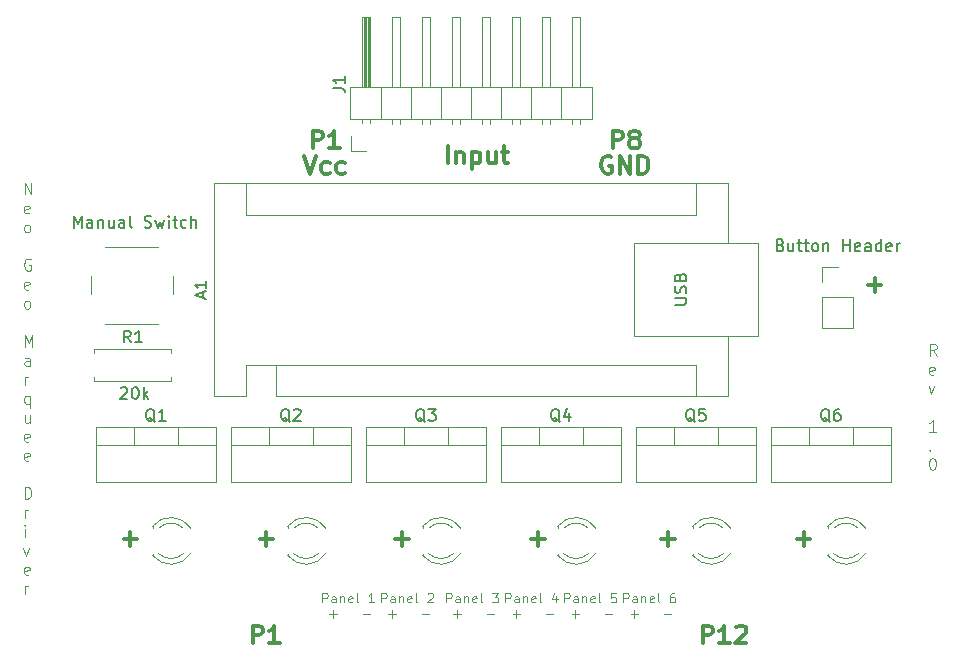
<source format=gbr>
%TF.GenerationSoftware,KiCad,Pcbnew,9.0.0*%
%TF.CreationDate,2025-03-22T14:08:42+10:00*%
%TF.ProjectId,ngmarquee.kicad_pcb_to220_1.0_m2,6e676d61-7271-4756-9565-2e6b69636164,rev?*%
%TF.SameCoordinates,Original*%
%TF.FileFunction,Legend,Top*%
%TF.FilePolarity,Positive*%
%FSLAX46Y46*%
G04 Gerber Fmt 4.6, Leading zero omitted, Abs format (unit mm)*
G04 Created by KiCad (PCBNEW 9.0.0) date 2025-03-22 14:08:42*
%MOMM*%
%LPD*%
G01*
G04 APERTURE LIST*
%ADD10C,0.100000*%
%ADD11C,0.150000*%
%ADD12C,0.300000*%
%ADD13C,0.120000*%
G04 APERTURE END LIST*
D10*
X114405789Y-99198940D02*
X114405789Y-98398940D01*
X114405789Y-98398940D02*
X114710551Y-98398940D01*
X114710551Y-98398940D02*
X114786741Y-98437035D01*
X114786741Y-98437035D02*
X114824836Y-98475130D01*
X114824836Y-98475130D02*
X114862932Y-98551321D01*
X114862932Y-98551321D02*
X114862932Y-98665606D01*
X114862932Y-98665606D02*
X114824836Y-98741797D01*
X114824836Y-98741797D02*
X114786741Y-98779892D01*
X114786741Y-98779892D02*
X114710551Y-98817987D01*
X114710551Y-98817987D02*
X114405789Y-98817987D01*
X115548646Y-99198940D02*
X115548646Y-98779892D01*
X115548646Y-98779892D02*
X115510551Y-98703702D01*
X115510551Y-98703702D02*
X115434360Y-98665606D01*
X115434360Y-98665606D02*
X115281979Y-98665606D01*
X115281979Y-98665606D02*
X115205789Y-98703702D01*
X115548646Y-99160845D02*
X115472455Y-99198940D01*
X115472455Y-99198940D02*
X115281979Y-99198940D01*
X115281979Y-99198940D02*
X115205789Y-99160845D01*
X115205789Y-99160845D02*
X115167693Y-99084654D01*
X115167693Y-99084654D02*
X115167693Y-99008464D01*
X115167693Y-99008464D02*
X115205789Y-98932273D01*
X115205789Y-98932273D02*
X115281979Y-98894178D01*
X115281979Y-98894178D02*
X115472455Y-98894178D01*
X115472455Y-98894178D02*
X115548646Y-98856083D01*
X115929599Y-98665606D02*
X115929599Y-99198940D01*
X115929599Y-98741797D02*
X115967694Y-98703702D01*
X115967694Y-98703702D02*
X116043884Y-98665606D01*
X116043884Y-98665606D02*
X116158170Y-98665606D01*
X116158170Y-98665606D02*
X116234361Y-98703702D01*
X116234361Y-98703702D02*
X116272456Y-98779892D01*
X116272456Y-98779892D02*
X116272456Y-99198940D01*
X116958171Y-99160845D02*
X116881980Y-99198940D01*
X116881980Y-99198940D02*
X116729599Y-99198940D01*
X116729599Y-99198940D02*
X116653409Y-99160845D01*
X116653409Y-99160845D02*
X116615313Y-99084654D01*
X116615313Y-99084654D02*
X116615313Y-98779892D01*
X116615313Y-98779892D02*
X116653409Y-98703702D01*
X116653409Y-98703702D02*
X116729599Y-98665606D01*
X116729599Y-98665606D02*
X116881980Y-98665606D01*
X116881980Y-98665606D02*
X116958171Y-98703702D01*
X116958171Y-98703702D02*
X116996266Y-98779892D01*
X116996266Y-98779892D02*
X116996266Y-98856083D01*
X116996266Y-98856083D02*
X116615313Y-98932273D01*
X117453408Y-99198940D02*
X117377218Y-99160845D01*
X117377218Y-99160845D02*
X117339123Y-99084654D01*
X117339123Y-99084654D02*
X117339123Y-98398940D01*
X118786742Y-99198940D02*
X118329599Y-99198940D01*
X118558171Y-99198940D02*
X118558171Y-98398940D01*
X118558171Y-98398940D02*
X118481980Y-98513225D01*
X118481980Y-98513225D02*
X118405790Y-98589416D01*
X118405790Y-98589416D02*
X118329599Y-98627511D01*
X115015313Y-100182133D02*
X115624837Y-100182133D01*
X115320075Y-100486895D02*
X115320075Y-99877371D01*
X117834361Y-100182133D02*
X118443885Y-100182133D01*
D11*
X97329160Y-81055057D02*
X97376779Y-81007438D01*
X97376779Y-81007438D02*
X97472017Y-80959819D01*
X97472017Y-80959819D02*
X97710112Y-80959819D01*
X97710112Y-80959819D02*
X97805350Y-81007438D01*
X97805350Y-81007438D02*
X97852969Y-81055057D01*
X97852969Y-81055057D02*
X97900588Y-81150295D01*
X97900588Y-81150295D02*
X97900588Y-81245533D01*
X97900588Y-81245533D02*
X97852969Y-81388390D01*
X97852969Y-81388390D02*
X97281541Y-81959819D01*
X97281541Y-81959819D02*
X97900588Y-81959819D01*
X98519636Y-80959819D02*
X98614874Y-80959819D01*
X98614874Y-80959819D02*
X98710112Y-81007438D01*
X98710112Y-81007438D02*
X98757731Y-81055057D01*
X98757731Y-81055057D02*
X98805350Y-81150295D01*
X98805350Y-81150295D02*
X98852969Y-81340771D01*
X98852969Y-81340771D02*
X98852969Y-81578866D01*
X98852969Y-81578866D02*
X98805350Y-81769342D01*
X98805350Y-81769342D02*
X98757731Y-81864580D01*
X98757731Y-81864580D02*
X98710112Y-81912200D01*
X98710112Y-81912200D02*
X98614874Y-81959819D01*
X98614874Y-81959819D02*
X98519636Y-81959819D01*
X98519636Y-81959819D02*
X98424398Y-81912200D01*
X98424398Y-81912200D02*
X98376779Y-81864580D01*
X98376779Y-81864580D02*
X98329160Y-81769342D01*
X98329160Y-81769342D02*
X98281541Y-81578866D01*
X98281541Y-81578866D02*
X98281541Y-81340771D01*
X98281541Y-81340771D02*
X98329160Y-81150295D01*
X98329160Y-81150295D02*
X98376779Y-81055057D01*
X98376779Y-81055057D02*
X98424398Y-81007438D01*
X98424398Y-81007438D02*
X98519636Y-80959819D01*
X99281541Y-81959819D02*
X99281541Y-80959819D01*
X99376779Y-81578866D02*
X99662493Y-81959819D01*
X99662493Y-81293152D02*
X99281541Y-81674104D01*
D10*
X124905789Y-99198940D02*
X124905789Y-98398940D01*
X124905789Y-98398940D02*
X125210551Y-98398940D01*
X125210551Y-98398940D02*
X125286741Y-98437035D01*
X125286741Y-98437035D02*
X125324836Y-98475130D01*
X125324836Y-98475130D02*
X125362932Y-98551321D01*
X125362932Y-98551321D02*
X125362932Y-98665606D01*
X125362932Y-98665606D02*
X125324836Y-98741797D01*
X125324836Y-98741797D02*
X125286741Y-98779892D01*
X125286741Y-98779892D02*
X125210551Y-98817987D01*
X125210551Y-98817987D02*
X124905789Y-98817987D01*
X126048646Y-99198940D02*
X126048646Y-98779892D01*
X126048646Y-98779892D02*
X126010551Y-98703702D01*
X126010551Y-98703702D02*
X125934360Y-98665606D01*
X125934360Y-98665606D02*
X125781979Y-98665606D01*
X125781979Y-98665606D02*
X125705789Y-98703702D01*
X126048646Y-99160845D02*
X125972455Y-99198940D01*
X125972455Y-99198940D02*
X125781979Y-99198940D01*
X125781979Y-99198940D02*
X125705789Y-99160845D01*
X125705789Y-99160845D02*
X125667693Y-99084654D01*
X125667693Y-99084654D02*
X125667693Y-99008464D01*
X125667693Y-99008464D02*
X125705789Y-98932273D01*
X125705789Y-98932273D02*
X125781979Y-98894178D01*
X125781979Y-98894178D02*
X125972455Y-98894178D01*
X125972455Y-98894178D02*
X126048646Y-98856083D01*
X126429599Y-98665606D02*
X126429599Y-99198940D01*
X126429599Y-98741797D02*
X126467694Y-98703702D01*
X126467694Y-98703702D02*
X126543884Y-98665606D01*
X126543884Y-98665606D02*
X126658170Y-98665606D01*
X126658170Y-98665606D02*
X126734361Y-98703702D01*
X126734361Y-98703702D02*
X126772456Y-98779892D01*
X126772456Y-98779892D02*
X126772456Y-99198940D01*
X127458171Y-99160845D02*
X127381980Y-99198940D01*
X127381980Y-99198940D02*
X127229599Y-99198940D01*
X127229599Y-99198940D02*
X127153409Y-99160845D01*
X127153409Y-99160845D02*
X127115313Y-99084654D01*
X127115313Y-99084654D02*
X127115313Y-98779892D01*
X127115313Y-98779892D02*
X127153409Y-98703702D01*
X127153409Y-98703702D02*
X127229599Y-98665606D01*
X127229599Y-98665606D02*
X127381980Y-98665606D01*
X127381980Y-98665606D02*
X127458171Y-98703702D01*
X127458171Y-98703702D02*
X127496266Y-98779892D01*
X127496266Y-98779892D02*
X127496266Y-98856083D01*
X127496266Y-98856083D02*
X127115313Y-98932273D01*
X127953408Y-99198940D02*
X127877218Y-99160845D01*
X127877218Y-99160845D02*
X127839123Y-99084654D01*
X127839123Y-99084654D02*
X127839123Y-98398940D01*
X128791504Y-98398940D02*
X129286742Y-98398940D01*
X129286742Y-98398940D02*
X129020076Y-98703702D01*
X129020076Y-98703702D02*
X129134361Y-98703702D01*
X129134361Y-98703702D02*
X129210552Y-98741797D01*
X129210552Y-98741797D02*
X129248647Y-98779892D01*
X129248647Y-98779892D02*
X129286742Y-98856083D01*
X129286742Y-98856083D02*
X129286742Y-99046559D01*
X129286742Y-99046559D02*
X129248647Y-99122749D01*
X129248647Y-99122749D02*
X129210552Y-99160845D01*
X129210552Y-99160845D02*
X129134361Y-99198940D01*
X129134361Y-99198940D02*
X128905790Y-99198940D01*
X128905790Y-99198940D02*
X128829599Y-99160845D01*
X128829599Y-99160845D02*
X128791504Y-99122749D01*
X125515313Y-100182133D02*
X126124837Y-100182133D01*
X125820075Y-100486895D02*
X125820075Y-99877371D01*
X128334361Y-100182133D02*
X128943885Y-100182133D01*
D12*
X120594510Y-93819400D02*
X121737368Y-93819400D01*
X121165939Y-94390828D02*
X121165939Y-93247971D01*
X125014510Y-62030828D02*
X125014510Y-60530828D01*
X125728796Y-61030828D02*
X125728796Y-62030828D01*
X125728796Y-61173685D02*
X125800225Y-61102257D01*
X125800225Y-61102257D02*
X125943082Y-61030828D01*
X125943082Y-61030828D02*
X126157368Y-61030828D01*
X126157368Y-61030828D02*
X126300225Y-61102257D01*
X126300225Y-61102257D02*
X126371654Y-61245114D01*
X126371654Y-61245114D02*
X126371654Y-62030828D01*
X127085939Y-61030828D02*
X127085939Y-62530828D01*
X127085939Y-61102257D02*
X127228797Y-61030828D01*
X127228797Y-61030828D02*
X127514511Y-61030828D01*
X127514511Y-61030828D02*
X127657368Y-61102257D01*
X127657368Y-61102257D02*
X127728797Y-61173685D01*
X127728797Y-61173685D02*
X127800225Y-61316542D01*
X127800225Y-61316542D02*
X127800225Y-61745114D01*
X127800225Y-61745114D02*
X127728797Y-61887971D01*
X127728797Y-61887971D02*
X127657368Y-61959400D01*
X127657368Y-61959400D02*
X127514511Y-62030828D01*
X127514511Y-62030828D02*
X127228797Y-62030828D01*
X127228797Y-62030828D02*
X127085939Y-61959400D01*
X129085940Y-61030828D02*
X129085940Y-62030828D01*
X128443082Y-61030828D02*
X128443082Y-61816542D01*
X128443082Y-61816542D02*
X128514511Y-61959400D01*
X128514511Y-61959400D02*
X128657368Y-62030828D01*
X128657368Y-62030828D02*
X128871654Y-62030828D01*
X128871654Y-62030828D02*
X129014511Y-61959400D01*
X129014511Y-61959400D02*
X129085940Y-61887971D01*
X129585940Y-61030828D02*
X130157368Y-61030828D01*
X129800225Y-60530828D02*
X129800225Y-61816542D01*
X129800225Y-61816542D02*
X129871654Y-61959400D01*
X129871654Y-61959400D02*
X130014511Y-62030828D01*
X130014511Y-62030828D02*
X130157368Y-62030828D01*
X138880225Y-61462257D02*
X138737368Y-61390828D01*
X138737368Y-61390828D02*
X138523082Y-61390828D01*
X138523082Y-61390828D02*
X138308796Y-61462257D01*
X138308796Y-61462257D02*
X138165939Y-61605114D01*
X138165939Y-61605114D02*
X138094510Y-61747971D01*
X138094510Y-61747971D02*
X138023082Y-62033685D01*
X138023082Y-62033685D02*
X138023082Y-62247971D01*
X138023082Y-62247971D02*
X138094510Y-62533685D01*
X138094510Y-62533685D02*
X138165939Y-62676542D01*
X138165939Y-62676542D02*
X138308796Y-62819400D01*
X138308796Y-62819400D02*
X138523082Y-62890828D01*
X138523082Y-62890828D02*
X138665939Y-62890828D01*
X138665939Y-62890828D02*
X138880225Y-62819400D01*
X138880225Y-62819400D02*
X138951653Y-62747971D01*
X138951653Y-62747971D02*
X138951653Y-62247971D01*
X138951653Y-62247971D02*
X138665939Y-62247971D01*
X139594510Y-62890828D02*
X139594510Y-61390828D01*
X139594510Y-61390828D02*
X140451653Y-62890828D01*
X140451653Y-62890828D02*
X140451653Y-61390828D01*
X141165939Y-62890828D02*
X141165939Y-61390828D01*
X141165939Y-61390828D02*
X141523082Y-61390828D01*
X141523082Y-61390828D02*
X141737368Y-61462257D01*
X141737368Y-61462257D02*
X141880225Y-61605114D01*
X141880225Y-61605114D02*
X141951654Y-61747971D01*
X141951654Y-61747971D02*
X142023082Y-62033685D01*
X142023082Y-62033685D02*
X142023082Y-62247971D01*
X142023082Y-62247971D02*
X141951654Y-62533685D01*
X141951654Y-62533685D02*
X141880225Y-62676542D01*
X141880225Y-62676542D02*
X141737368Y-62819400D01*
X141737368Y-62819400D02*
X141523082Y-62890828D01*
X141523082Y-62890828D02*
X141165939Y-62890828D01*
D10*
X134905789Y-99198940D02*
X134905789Y-98398940D01*
X134905789Y-98398940D02*
X135210551Y-98398940D01*
X135210551Y-98398940D02*
X135286741Y-98437035D01*
X135286741Y-98437035D02*
X135324836Y-98475130D01*
X135324836Y-98475130D02*
X135362932Y-98551321D01*
X135362932Y-98551321D02*
X135362932Y-98665606D01*
X135362932Y-98665606D02*
X135324836Y-98741797D01*
X135324836Y-98741797D02*
X135286741Y-98779892D01*
X135286741Y-98779892D02*
X135210551Y-98817987D01*
X135210551Y-98817987D02*
X134905789Y-98817987D01*
X136048646Y-99198940D02*
X136048646Y-98779892D01*
X136048646Y-98779892D02*
X136010551Y-98703702D01*
X136010551Y-98703702D02*
X135934360Y-98665606D01*
X135934360Y-98665606D02*
X135781979Y-98665606D01*
X135781979Y-98665606D02*
X135705789Y-98703702D01*
X136048646Y-99160845D02*
X135972455Y-99198940D01*
X135972455Y-99198940D02*
X135781979Y-99198940D01*
X135781979Y-99198940D02*
X135705789Y-99160845D01*
X135705789Y-99160845D02*
X135667693Y-99084654D01*
X135667693Y-99084654D02*
X135667693Y-99008464D01*
X135667693Y-99008464D02*
X135705789Y-98932273D01*
X135705789Y-98932273D02*
X135781979Y-98894178D01*
X135781979Y-98894178D02*
X135972455Y-98894178D01*
X135972455Y-98894178D02*
X136048646Y-98856083D01*
X136429599Y-98665606D02*
X136429599Y-99198940D01*
X136429599Y-98741797D02*
X136467694Y-98703702D01*
X136467694Y-98703702D02*
X136543884Y-98665606D01*
X136543884Y-98665606D02*
X136658170Y-98665606D01*
X136658170Y-98665606D02*
X136734361Y-98703702D01*
X136734361Y-98703702D02*
X136772456Y-98779892D01*
X136772456Y-98779892D02*
X136772456Y-99198940D01*
X137458171Y-99160845D02*
X137381980Y-99198940D01*
X137381980Y-99198940D02*
X137229599Y-99198940D01*
X137229599Y-99198940D02*
X137153409Y-99160845D01*
X137153409Y-99160845D02*
X137115313Y-99084654D01*
X137115313Y-99084654D02*
X137115313Y-98779892D01*
X137115313Y-98779892D02*
X137153409Y-98703702D01*
X137153409Y-98703702D02*
X137229599Y-98665606D01*
X137229599Y-98665606D02*
X137381980Y-98665606D01*
X137381980Y-98665606D02*
X137458171Y-98703702D01*
X137458171Y-98703702D02*
X137496266Y-98779892D01*
X137496266Y-98779892D02*
X137496266Y-98856083D01*
X137496266Y-98856083D02*
X137115313Y-98932273D01*
X137953408Y-99198940D02*
X137877218Y-99160845D01*
X137877218Y-99160845D02*
X137839123Y-99084654D01*
X137839123Y-99084654D02*
X137839123Y-98398940D01*
X139248647Y-98398940D02*
X138867695Y-98398940D01*
X138867695Y-98398940D02*
X138829599Y-98779892D01*
X138829599Y-98779892D02*
X138867695Y-98741797D01*
X138867695Y-98741797D02*
X138943885Y-98703702D01*
X138943885Y-98703702D02*
X139134361Y-98703702D01*
X139134361Y-98703702D02*
X139210552Y-98741797D01*
X139210552Y-98741797D02*
X139248647Y-98779892D01*
X139248647Y-98779892D02*
X139286742Y-98856083D01*
X139286742Y-98856083D02*
X139286742Y-99046559D01*
X139286742Y-99046559D02*
X139248647Y-99122749D01*
X139248647Y-99122749D02*
X139210552Y-99160845D01*
X139210552Y-99160845D02*
X139134361Y-99198940D01*
X139134361Y-99198940D02*
X138943885Y-99198940D01*
X138943885Y-99198940D02*
X138867695Y-99160845D01*
X138867695Y-99160845D02*
X138829599Y-99122749D01*
X135515313Y-100182133D02*
X136124837Y-100182133D01*
X135820075Y-100486895D02*
X135820075Y-99877371D01*
X138334361Y-100182133D02*
X138943885Y-100182133D01*
X129905789Y-99198940D02*
X129905789Y-98398940D01*
X129905789Y-98398940D02*
X130210551Y-98398940D01*
X130210551Y-98398940D02*
X130286741Y-98437035D01*
X130286741Y-98437035D02*
X130324836Y-98475130D01*
X130324836Y-98475130D02*
X130362932Y-98551321D01*
X130362932Y-98551321D02*
X130362932Y-98665606D01*
X130362932Y-98665606D02*
X130324836Y-98741797D01*
X130324836Y-98741797D02*
X130286741Y-98779892D01*
X130286741Y-98779892D02*
X130210551Y-98817987D01*
X130210551Y-98817987D02*
X129905789Y-98817987D01*
X131048646Y-99198940D02*
X131048646Y-98779892D01*
X131048646Y-98779892D02*
X131010551Y-98703702D01*
X131010551Y-98703702D02*
X130934360Y-98665606D01*
X130934360Y-98665606D02*
X130781979Y-98665606D01*
X130781979Y-98665606D02*
X130705789Y-98703702D01*
X131048646Y-99160845D02*
X130972455Y-99198940D01*
X130972455Y-99198940D02*
X130781979Y-99198940D01*
X130781979Y-99198940D02*
X130705789Y-99160845D01*
X130705789Y-99160845D02*
X130667693Y-99084654D01*
X130667693Y-99084654D02*
X130667693Y-99008464D01*
X130667693Y-99008464D02*
X130705789Y-98932273D01*
X130705789Y-98932273D02*
X130781979Y-98894178D01*
X130781979Y-98894178D02*
X130972455Y-98894178D01*
X130972455Y-98894178D02*
X131048646Y-98856083D01*
X131429599Y-98665606D02*
X131429599Y-99198940D01*
X131429599Y-98741797D02*
X131467694Y-98703702D01*
X131467694Y-98703702D02*
X131543884Y-98665606D01*
X131543884Y-98665606D02*
X131658170Y-98665606D01*
X131658170Y-98665606D02*
X131734361Y-98703702D01*
X131734361Y-98703702D02*
X131772456Y-98779892D01*
X131772456Y-98779892D02*
X131772456Y-99198940D01*
X132458171Y-99160845D02*
X132381980Y-99198940D01*
X132381980Y-99198940D02*
X132229599Y-99198940D01*
X132229599Y-99198940D02*
X132153409Y-99160845D01*
X132153409Y-99160845D02*
X132115313Y-99084654D01*
X132115313Y-99084654D02*
X132115313Y-98779892D01*
X132115313Y-98779892D02*
X132153409Y-98703702D01*
X132153409Y-98703702D02*
X132229599Y-98665606D01*
X132229599Y-98665606D02*
X132381980Y-98665606D01*
X132381980Y-98665606D02*
X132458171Y-98703702D01*
X132458171Y-98703702D02*
X132496266Y-98779892D01*
X132496266Y-98779892D02*
X132496266Y-98856083D01*
X132496266Y-98856083D02*
X132115313Y-98932273D01*
X132953408Y-99198940D02*
X132877218Y-99160845D01*
X132877218Y-99160845D02*
X132839123Y-99084654D01*
X132839123Y-99084654D02*
X132839123Y-98398940D01*
X134210552Y-98665606D02*
X134210552Y-99198940D01*
X134020076Y-98360845D02*
X133829599Y-98932273D01*
X133829599Y-98932273D02*
X134324838Y-98932273D01*
X130515313Y-100182133D02*
X131124837Y-100182133D01*
X130820075Y-100486895D02*
X130820075Y-99877371D01*
X133334361Y-100182133D02*
X133943885Y-100182133D01*
D12*
X108504510Y-102670828D02*
X108504510Y-101170828D01*
X108504510Y-101170828D02*
X109075939Y-101170828D01*
X109075939Y-101170828D02*
X109218796Y-101242257D01*
X109218796Y-101242257D02*
X109290225Y-101313685D01*
X109290225Y-101313685D02*
X109361653Y-101456542D01*
X109361653Y-101456542D02*
X109361653Y-101670828D01*
X109361653Y-101670828D02*
X109290225Y-101813685D01*
X109290225Y-101813685D02*
X109218796Y-101885114D01*
X109218796Y-101885114D02*
X109075939Y-101956542D01*
X109075939Y-101956542D02*
X108504510Y-101956542D01*
X110790225Y-102670828D02*
X109933082Y-102670828D01*
X110361653Y-102670828D02*
X110361653Y-101170828D01*
X110361653Y-101170828D02*
X110218796Y-101385114D01*
X110218796Y-101385114D02*
X110075939Y-101527971D01*
X110075939Y-101527971D02*
X109933082Y-101599400D01*
D10*
X166415312Y-78302755D02*
X166081979Y-77826564D01*
X165843884Y-78302755D02*
X165843884Y-77302755D01*
X165843884Y-77302755D02*
X166224836Y-77302755D01*
X166224836Y-77302755D02*
X166320074Y-77350374D01*
X166320074Y-77350374D02*
X166367693Y-77397993D01*
X166367693Y-77397993D02*
X166415312Y-77493231D01*
X166415312Y-77493231D02*
X166415312Y-77636088D01*
X166415312Y-77636088D02*
X166367693Y-77731326D01*
X166367693Y-77731326D02*
X166320074Y-77778945D01*
X166320074Y-77778945D02*
X166224836Y-77826564D01*
X166224836Y-77826564D02*
X165843884Y-77826564D01*
X166224836Y-79865080D02*
X166129598Y-79912699D01*
X166129598Y-79912699D02*
X165939122Y-79912699D01*
X165939122Y-79912699D02*
X165843884Y-79865080D01*
X165843884Y-79865080D02*
X165796265Y-79769841D01*
X165796265Y-79769841D02*
X165796265Y-79388889D01*
X165796265Y-79388889D02*
X165843884Y-79293651D01*
X165843884Y-79293651D02*
X165939122Y-79246032D01*
X165939122Y-79246032D02*
X166129598Y-79246032D01*
X166129598Y-79246032D02*
X166224836Y-79293651D01*
X166224836Y-79293651D02*
X166272455Y-79388889D01*
X166272455Y-79388889D02*
X166272455Y-79484127D01*
X166272455Y-79484127D02*
X165796265Y-79579365D01*
X165748646Y-80855976D02*
X165986741Y-81522643D01*
X165986741Y-81522643D02*
X166224836Y-80855976D01*
X166367693Y-84742531D02*
X165796265Y-84742531D01*
X166081979Y-84742531D02*
X166081979Y-83742531D01*
X166081979Y-83742531D02*
X165986741Y-83885388D01*
X165986741Y-83885388D02*
X165891503Y-83980626D01*
X165891503Y-83980626D02*
X165796265Y-84028245D01*
X165843884Y-86257236D02*
X165891503Y-86304856D01*
X165891503Y-86304856D02*
X165843884Y-86352475D01*
X165843884Y-86352475D02*
X165796265Y-86304856D01*
X165796265Y-86304856D02*
X165843884Y-86257236D01*
X165843884Y-86257236D02*
X165843884Y-86352475D01*
X166034360Y-86962419D02*
X166129598Y-86962419D01*
X166129598Y-86962419D02*
X166224836Y-87010038D01*
X166224836Y-87010038D02*
X166272455Y-87057657D01*
X166272455Y-87057657D02*
X166320074Y-87152895D01*
X166320074Y-87152895D02*
X166367693Y-87343371D01*
X166367693Y-87343371D02*
X166367693Y-87581466D01*
X166367693Y-87581466D02*
X166320074Y-87771942D01*
X166320074Y-87771942D02*
X166272455Y-87867180D01*
X166272455Y-87867180D02*
X166224836Y-87914800D01*
X166224836Y-87914800D02*
X166129598Y-87962419D01*
X166129598Y-87962419D02*
X166034360Y-87962419D01*
X166034360Y-87962419D02*
X165939122Y-87914800D01*
X165939122Y-87914800D02*
X165891503Y-87867180D01*
X165891503Y-87867180D02*
X165843884Y-87771942D01*
X165843884Y-87771942D02*
X165796265Y-87581466D01*
X165796265Y-87581466D02*
X165796265Y-87343371D01*
X165796265Y-87343371D02*
X165843884Y-87152895D01*
X165843884Y-87152895D02*
X165891503Y-87057657D01*
X165891503Y-87057657D02*
X165939122Y-87010038D01*
X165939122Y-87010038D02*
X166034360Y-86962419D01*
X139905789Y-99198940D02*
X139905789Y-98398940D01*
X139905789Y-98398940D02*
X140210551Y-98398940D01*
X140210551Y-98398940D02*
X140286741Y-98437035D01*
X140286741Y-98437035D02*
X140324836Y-98475130D01*
X140324836Y-98475130D02*
X140362932Y-98551321D01*
X140362932Y-98551321D02*
X140362932Y-98665606D01*
X140362932Y-98665606D02*
X140324836Y-98741797D01*
X140324836Y-98741797D02*
X140286741Y-98779892D01*
X140286741Y-98779892D02*
X140210551Y-98817987D01*
X140210551Y-98817987D02*
X139905789Y-98817987D01*
X141048646Y-99198940D02*
X141048646Y-98779892D01*
X141048646Y-98779892D02*
X141010551Y-98703702D01*
X141010551Y-98703702D02*
X140934360Y-98665606D01*
X140934360Y-98665606D02*
X140781979Y-98665606D01*
X140781979Y-98665606D02*
X140705789Y-98703702D01*
X141048646Y-99160845D02*
X140972455Y-99198940D01*
X140972455Y-99198940D02*
X140781979Y-99198940D01*
X140781979Y-99198940D02*
X140705789Y-99160845D01*
X140705789Y-99160845D02*
X140667693Y-99084654D01*
X140667693Y-99084654D02*
X140667693Y-99008464D01*
X140667693Y-99008464D02*
X140705789Y-98932273D01*
X140705789Y-98932273D02*
X140781979Y-98894178D01*
X140781979Y-98894178D02*
X140972455Y-98894178D01*
X140972455Y-98894178D02*
X141048646Y-98856083D01*
X141429599Y-98665606D02*
X141429599Y-99198940D01*
X141429599Y-98741797D02*
X141467694Y-98703702D01*
X141467694Y-98703702D02*
X141543884Y-98665606D01*
X141543884Y-98665606D02*
X141658170Y-98665606D01*
X141658170Y-98665606D02*
X141734361Y-98703702D01*
X141734361Y-98703702D02*
X141772456Y-98779892D01*
X141772456Y-98779892D02*
X141772456Y-99198940D01*
X142458171Y-99160845D02*
X142381980Y-99198940D01*
X142381980Y-99198940D02*
X142229599Y-99198940D01*
X142229599Y-99198940D02*
X142153409Y-99160845D01*
X142153409Y-99160845D02*
X142115313Y-99084654D01*
X142115313Y-99084654D02*
X142115313Y-98779892D01*
X142115313Y-98779892D02*
X142153409Y-98703702D01*
X142153409Y-98703702D02*
X142229599Y-98665606D01*
X142229599Y-98665606D02*
X142381980Y-98665606D01*
X142381980Y-98665606D02*
X142458171Y-98703702D01*
X142458171Y-98703702D02*
X142496266Y-98779892D01*
X142496266Y-98779892D02*
X142496266Y-98856083D01*
X142496266Y-98856083D02*
X142115313Y-98932273D01*
X142953408Y-99198940D02*
X142877218Y-99160845D01*
X142877218Y-99160845D02*
X142839123Y-99084654D01*
X142839123Y-99084654D02*
X142839123Y-98398940D01*
X144210552Y-98398940D02*
X144058171Y-98398940D01*
X144058171Y-98398940D02*
X143981980Y-98437035D01*
X143981980Y-98437035D02*
X143943885Y-98475130D01*
X143943885Y-98475130D02*
X143867695Y-98589416D01*
X143867695Y-98589416D02*
X143829599Y-98741797D01*
X143829599Y-98741797D02*
X143829599Y-99046559D01*
X143829599Y-99046559D02*
X143867695Y-99122749D01*
X143867695Y-99122749D02*
X143905790Y-99160845D01*
X143905790Y-99160845D02*
X143981980Y-99198940D01*
X143981980Y-99198940D02*
X144134361Y-99198940D01*
X144134361Y-99198940D02*
X144210552Y-99160845D01*
X144210552Y-99160845D02*
X144248647Y-99122749D01*
X144248647Y-99122749D02*
X144286742Y-99046559D01*
X144286742Y-99046559D02*
X144286742Y-98856083D01*
X144286742Y-98856083D02*
X144248647Y-98779892D01*
X144248647Y-98779892D02*
X144210552Y-98741797D01*
X144210552Y-98741797D02*
X144134361Y-98703702D01*
X144134361Y-98703702D02*
X143981980Y-98703702D01*
X143981980Y-98703702D02*
X143905790Y-98741797D01*
X143905790Y-98741797D02*
X143867695Y-98779892D01*
X143867695Y-98779892D02*
X143829599Y-98856083D01*
X140515313Y-100182133D02*
X141124837Y-100182133D01*
X140820075Y-100486895D02*
X140820075Y-99877371D01*
X143334361Y-100182133D02*
X143943885Y-100182133D01*
D12*
X113584510Y-60760828D02*
X113584510Y-59260828D01*
X113584510Y-59260828D02*
X114155939Y-59260828D01*
X114155939Y-59260828D02*
X114298796Y-59332257D01*
X114298796Y-59332257D02*
X114370225Y-59403685D01*
X114370225Y-59403685D02*
X114441653Y-59546542D01*
X114441653Y-59546542D02*
X114441653Y-59760828D01*
X114441653Y-59760828D02*
X114370225Y-59903685D01*
X114370225Y-59903685D02*
X114298796Y-59975114D01*
X114298796Y-59975114D02*
X114155939Y-60046542D01*
X114155939Y-60046542D02*
X113584510Y-60046542D01*
X115870225Y-60760828D02*
X115013082Y-60760828D01*
X115441653Y-60760828D02*
X115441653Y-59260828D01*
X115441653Y-59260828D02*
X115298796Y-59475114D01*
X115298796Y-59475114D02*
X115155939Y-59617971D01*
X115155939Y-59617971D02*
X115013082Y-59689400D01*
X146604510Y-102670828D02*
X146604510Y-101170828D01*
X146604510Y-101170828D02*
X147175939Y-101170828D01*
X147175939Y-101170828D02*
X147318796Y-101242257D01*
X147318796Y-101242257D02*
X147390225Y-101313685D01*
X147390225Y-101313685D02*
X147461653Y-101456542D01*
X147461653Y-101456542D02*
X147461653Y-101670828D01*
X147461653Y-101670828D02*
X147390225Y-101813685D01*
X147390225Y-101813685D02*
X147318796Y-101885114D01*
X147318796Y-101885114D02*
X147175939Y-101956542D01*
X147175939Y-101956542D02*
X146604510Y-101956542D01*
X148890225Y-102670828D02*
X148033082Y-102670828D01*
X148461653Y-102670828D02*
X148461653Y-101170828D01*
X148461653Y-101170828D02*
X148318796Y-101385114D01*
X148318796Y-101385114D02*
X148175939Y-101527971D01*
X148175939Y-101527971D02*
X148033082Y-101599400D01*
X149461653Y-101313685D02*
X149533081Y-101242257D01*
X149533081Y-101242257D02*
X149675939Y-101170828D01*
X149675939Y-101170828D02*
X150033081Y-101170828D01*
X150033081Y-101170828D02*
X150175939Y-101242257D01*
X150175939Y-101242257D02*
X150247367Y-101313685D01*
X150247367Y-101313685D02*
X150318796Y-101456542D01*
X150318796Y-101456542D02*
X150318796Y-101599400D01*
X150318796Y-101599400D02*
X150247367Y-101813685D01*
X150247367Y-101813685D02*
X149390224Y-102670828D01*
X149390224Y-102670828D02*
X150318796Y-102670828D01*
X112880225Y-61390828D02*
X113380225Y-62890828D01*
X113380225Y-62890828D02*
X113880225Y-61390828D01*
X115023082Y-62819400D02*
X114880224Y-62890828D01*
X114880224Y-62890828D02*
X114594510Y-62890828D01*
X114594510Y-62890828D02*
X114451653Y-62819400D01*
X114451653Y-62819400D02*
X114380224Y-62747971D01*
X114380224Y-62747971D02*
X114308796Y-62605114D01*
X114308796Y-62605114D02*
X114308796Y-62176542D01*
X114308796Y-62176542D02*
X114380224Y-62033685D01*
X114380224Y-62033685D02*
X114451653Y-61962257D01*
X114451653Y-61962257D02*
X114594510Y-61890828D01*
X114594510Y-61890828D02*
X114880224Y-61890828D01*
X114880224Y-61890828D02*
X115023082Y-61962257D01*
X116308796Y-62819400D02*
X116165938Y-62890828D01*
X116165938Y-62890828D02*
X115880224Y-62890828D01*
X115880224Y-62890828D02*
X115737367Y-62819400D01*
X115737367Y-62819400D02*
X115665938Y-62747971D01*
X115665938Y-62747971D02*
X115594510Y-62605114D01*
X115594510Y-62605114D02*
X115594510Y-62176542D01*
X115594510Y-62176542D02*
X115665938Y-62033685D01*
X115665938Y-62033685D02*
X115737367Y-61962257D01*
X115737367Y-61962257D02*
X115880224Y-61890828D01*
X115880224Y-61890828D02*
X116165938Y-61890828D01*
X116165938Y-61890828D02*
X116308796Y-61962257D01*
X154594510Y-93819400D02*
X155737368Y-93819400D01*
X155165939Y-94390828D02*
X155165939Y-93247971D01*
D10*
X119405789Y-99198940D02*
X119405789Y-98398940D01*
X119405789Y-98398940D02*
X119710551Y-98398940D01*
X119710551Y-98398940D02*
X119786741Y-98437035D01*
X119786741Y-98437035D02*
X119824836Y-98475130D01*
X119824836Y-98475130D02*
X119862932Y-98551321D01*
X119862932Y-98551321D02*
X119862932Y-98665606D01*
X119862932Y-98665606D02*
X119824836Y-98741797D01*
X119824836Y-98741797D02*
X119786741Y-98779892D01*
X119786741Y-98779892D02*
X119710551Y-98817987D01*
X119710551Y-98817987D02*
X119405789Y-98817987D01*
X120548646Y-99198940D02*
X120548646Y-98779892D01*
X120548646Y-98779892D02*
X120510551Y-98703702D01*
X120510551Y-98703702D02*
X120434360Y-98665606D01*
X120434360Y-98665606D02*
X120281979Y-98665606D01*
X120281979Y-98665606D02*
X120205789Y-98703702D01*
X120548646Y-99160845D02*
X120472455Y-99198940D01*
X120472455Y-99198940D02*
X120281979Y-99198940D01*
X120281979Y-99198940D02*
X120205789Y-99160845D01*
X120205789Y-99160845D02*
X120167693Y-99084654D01*
X120167693Y-99084654D02*
X120167693Y-99008464D01*
X120167693Y-99008464D02*
X120205789Y-98932273D01*
X120205789Y-98932273D02*
X120281979Y-98894178D01*
X120281979Y-98894178D02*
X120472455Y-98894178D01*
X120472455Y-98894178D02*
X120548646Y-98856083D01*
X120929599Y-98665606D02*
X120929599Y-99198940D01*
X120929599Y-98741797D02*
X120967694Y-98703702D01*
X120967694Y-98703702D02*
X121043884Y-98665606D01*
X121043884Y-98665606D02*
X121158170Y-98665606D01*
X121158170Y-98665606D02*
X121234361Y-98703702D01*
X121234361Y-98703702D02*
X121272456Y-98779892D01*
X121272456Y-98779892D02*
X121272456Y-99198940D01*
X121958171Y-99160845D02*
X121881980Y-99198940D01*
X121881980Y-99198940D02*
X121729599Y-99198940D01*
X121729599Y-99198940D02*
X121653409Y-99160845D01*
X121653409Y-99160845D02*
X121615313Y-99084654D01*
X121615313Y-99084654D02*
X121615313Y-98779892D01*
X121615313Y-98779892D02*
X121653409Y-98703702D01*
X121653409Y-98703702D02*
X121729599Y-98665606D01*
X121729599Y-98665606D02*
X121881980Y-98665606D01*
X121881980Y-98665606D02*
X121958171Y-98703702D01*
X121958171Y-98703702D02*
X121996266Y-98779892D01*
X121996266Y-98779892D02*
X121996266Y-98856083D01*
X121996266Y-98856083D02*
X121615313Y-98932273D01*
X122453408Y-99198940D02*
X122377218Y-99160845D01*
X122377218Y-99160845D02*
X122339123Y-99084654D01*
X122339123Y-99084654D02*
X122339123Y-98398940D01*
X123329599Y-98475130D02*
X123367695Y-98437035D01*
X123367695Y-98437035D02*
X123443885Y-98398940D01*
X123443885Y-98398940D02*
X123634361Y-98398940D01*
X123634361Y-98398940D02*
X123710552Y-98437035D01*
X123710552Y-98437035D02*
X123748647Y-98475130D01*
X123748647Y-98475130D02*
X123786742Y-98551321D01*
X123786742Y-98551321D02*
X123786742Y-98627511D01*
X123786742Y-98627511D02*
X123748647Y-98741797D01*
X123748647Y-98741797D02*
X123291504Y-99198940D01*
X123291504Y-99198940D02*
X123786742Y-99198940D01*
X120015313Y-100182133D02*
X120624837Y-100182133D01*
X120320075Y-100486895D02*
X120320075Y-99877371D01*
X122834361Y-100182133D02*
X123443885Y-100182133D01*
D11*
X153210112Y-68936009D02*
X153352969Y-68983628D01*
X153352969Y-68983628D02*
X153400588Y-69031247D01*
X153400588Y-69031247D02*
X153448207Y-69126485D01*
X153448207Y-69126485D02*
X153448207Y-69269342D01*
X153448207Y-69269342D02*
X153400588Y-69364580D01*
X153400588Y-69364580D02*
X153352969Y-69412200D01*
X153352969Y-69412200D02*
X153257731Y-69459819D01*
X153257731Y-69459819D02*
X152876779Y-69459819D01*
X152876779Y-69459819D02*
X152876779Y-68459819D01*
X152876779Y-68459819D02*
X153210112Y-68459819D01*
X153210112Y-68459819D02*
X153305350Y-68507438D01*
X153305350Y-68507438D02*
X153352969Y-68555057D01*
X153352969Y-68555057D02*
X153400588Y-68650295D01*
X153400588Y-68650295D02*
X153400588Y-68745533D01*
X153400588Y-68745533D02*
X153352969Y-68840771D01*
X153352969Y-68840771D02*
X153305350Y-68888390D01*
X153305350Y-68888390D02*
X153210112Y-68936009D01*
X153210112Y-68936009D02*
X152876779Y-68936009D01*
X154305350Y-68793152D02*
X154305350Y-69459819D01*
X153876779Y-68793152D02*
X153876779Y-69316961D01*
X153876779Y-69316961D02*
X153924398Y-69412200D01*
X153924398Y-69412200D02*
X154019636Y-69459819D01*
X154019636Y-69459819D02*
X154162493Y-69459819D01*
X154162493Y-69459819D02*
X154257731Y-69412200D01*
X154257731Y-69412200D02*
X154305350Y-69364580D01*
X154638684Y-68793152D02*
X155019636Y-68793152D01*
X154781541Y-68459819D02*
X154781541Y-69316961D01*
X154781541Y-69316961D02*
X154829160Y-69412200D01*
X154829160Y-69412200D02*
X154924398Y-69459819D01*
X154924398Y-69459819D02*
X155019636Y-69459819D01*
X155210113Y-68793152D02*
X155591065Y-68793152D01*
X155352970Y-68459819D02*
X155352970Y-69316961D01*
X155352970Y-69316961D02*
X155400589Y-69412200D01*
X155400589Y-69412200D02*
X155495827Y-69459819D01*
X155495827Y-69459819D02*
X155591065Y-69459819D01*
X156067256Y-69459819D02*
X155972018Y-69412200D01*
X155972018Y-69412200D02*
X155924399Y-69364580D01*
X155924399Y-69364580D02*
X155876780Y-69269342D01*
X155876780Y-69269342D02*
X155876780Y-68983628D01*
X155876780Y-68983628D02*
X155924399Y-68888390D01*
X155924399Y-68888390D02*
X155972018Y-68840771D01*
X155972018Y-68840771D02*
X156067256Y-68793152D01*
X156067256Y-68793152D02*
X156210113Y-68793152D01*
X156210113Y-68793152D02*
X156305351Y-68840771D01*
X156305351Y-68840771D02*
X156352970Y-68888390D01*
X156352970Y-68888390D02*
X156400589Y-68983628D01*
X156400589Y-68983628D02*
X156400589Y-69269342D01*
X156400589Y-69269342D02*
X156352970Y-69364580D01*
X156352970Y-69364580D02*
X156305351Y-69412200D01*
X156305351Y-69412200D02*
X156210113Y-69459819D01*
X156210113Y-69459819D02*
X156067256Y-69459819D01*
X156829161Y-68793152D02*
X156829161Y-69459819D01*
X156829161Y-68888390D02*
X156876780Y-68840771D01*
X156876780Y-68840771D02*
X156972018Y-68793152D01*
X156972018Y-68793152D02*
X157114875Y-68793152D01*
X157114875Y-68793152D02*
X157210113Y-68840771D01*
X157210113Y-68840771D02*
X157257732Y-68936009D01*
X157257732Y-68936009D02*
X157257732Y-69459819D01*
X158495828Y-69459819D02*
X158495828Y-68459819D01*
X158495828Y-68936009D02*
X159067256Y-68936009D01*
X159067256Y-69459819D02*
X159067256Y-68459819D01*
X159924399Y-69412200D02*
X159829161Y-69459819D01*
X159829161Y-69459819D02*
X159638685Y-69459819D01*
X159638685Y-69459819D02*
X159543447Y-69412200D01*
X159543447Y-69412200D02*
X159495828Y-69316961D01*
X159495828Y-69316961D02*
X159495828Y-68936009D01*
X159495828Y-68936009D02*
X159543447Y-68840771D01*
X159543447Y-68840771D02*
X159638685Y-68793152D01*
X159638685Y-68793152D02*
X159829161Y-68793152D01*
X159829161Y-68793152D02*
X159924399Y-68840771D01*
X159924399Y-68840771D02*
X159972018Y-68936009D01*
X159972018Y-68936009D02*
X159972018Y-69031247D01*
X159972018Y-69031247D02*
X159495828Y-69126485D01*
X160829161Y-69459819D02*
X160829161Y-68936009D01*
X160829161Y-68936009D02*
X160781542Y-68840771D01*
X160781542Y-68840771D02*
X160686304Y-68793152D01*
X160686304Y-68793152D02*
X160495828Y-68793152D01*
X160495828Y-68793152D02*
X160400590Y-68840771D01*
X160829161Y-69412200D02*
X160733923Y-69459819D01*
X160733923Y-69459819D02*
X160495828Y-69459819D01*
X160495828Y-69459819D02*
X160400590Y-69412200D01*
X160400590Y-69412200D02*
X160352971Y-69316961D01*
X160352971Y-69316961D02*
X160352971Y-69221723D01*
X160352971Y-69221723D02*
X160400590Y-69126485D01*
X160400590Y-69126485D02*
X160495828Y-69078866D01*
X160495828Y-69078866D02*
X160733923Y-69078866D01*
X160733923Y-69078866D02*
X160829161Y-69031247D01*
X161733923Y-69459819D02*
X161733923Y-68459819D01*
X161733923Y-69412200D02*
X161638685Y-69459819D01*
X161638685Y-69459819D02*
X161448209Y-69459819D01*
X161448209Y-69459819D02*
X161352971Y-69412200D01*
X161352971Y-69412200D02*
X161305352Y-69364580D01*
X161305352Y-69364580D02*
X161257733Y-69269342D01*
X161257733Y-69269342D02*
X161257733Y-68983628D01*
X161257733Y-68983628D02*
X161305352Y-68888390D01*
X161305352Y-68888390D02*
X161352971Y-68840771D01*
X161352971Y-68840771D02*
X161448209Y-68793152D01*
X161448209Y-68793152D02*
X161638685Y-68793152D01*
X161638685Y-68793152D02*
X161733923Y-68840771D01*
X162591066Y-69412200D02*
X162495828Y-69459819D01*
X162495828Y-69459819D02*
X162305352Y-69459819D01*
X162305352Y-69459819D02*
X162210114Y-69412200D01*
X162210114Y-69412200D02*
X162162495Y-69316961D01*
X162162495Y-69316961D02*
X162162495Y-68936009D01*
X162162495Y-68936009D02*
X162210114Y-68840771D01*
X162210114Y-68840771D02*
X162305352Y-68793152D01*
X162305352Y-68793152D02*
X162495828Y-68793152D01*
X162495828Y-68793152D02*
X162591066Y-68840771D01*
X162591066Y-68840771D02*
X162638685Y-68936009D01*
X162638685Y-68936009D02*
X162638685Y-69031247D01*
X162638685Y-69031247D02*
X162162495Y-69126485D01*
X163067257Y-69459819D02*
X163067257Y-68793152D01*
X163067257Y-68983628D02*
X163114876Y-68888390D01*
X163114876Y-68888390D02*
X163162495Y-68840771D01*
X163162495Y-68840771D02*
X163257733Y-68793152D01*
X163257733Y-68793152D02*
X163352971Y-68793152D01*
D12*
X109094510Y-93819400D02*
X110237368Y-93819400D01*
X109665939Y-94390828D02*
X109665939Y-93247971D01*
X132094510Y-93819400D02*
X133237368Y-93819400D01*
X132665939Y-94390828D02*
X132665939Y-93247971D01*
X138984510Y-60760828D02*
X138984510Y-59260828D01*
X138984510Y-59260828D02*
X139555939Y-59260828D01*
X139555939Y-59260828D02*
X139698796Y-59332257D01*
X139698796Y-59332257D02*
X139770225Y-59403685D01*
X139770225Y-59403685D02*
X139841653Y-59546542D01*
X139841653Y-59546542D02*
X139841653Y-59760828D01*
X139841653Y-59760828D02*
X139770225Y-59903685D01*
X139770225Y-59903685D02*
X139698796Y-59975114D01*
X139698796Y-59975114D02*
X139555939Y-60046542D01*
X139555939Y-60046542D02*
X138984510Y-60046542D01*
X140698796Y-59903685D02*
X140555939Y-59832257D01*
X140555939Y-59832257D02*
X140484510Y-59760828D01*
X140484510Y-59760828D02*
X140413082Y-59617971D01*
X140413082Y-59617971D02*
X140413082Y-59546542D01*
X140413082Y-59546542D02*
X140484510Y-59403685D01*
X140484510Y-59403685D02*
X140555939Y-59332257D01*
X140555939Y-59332257D02*
X140698796Y-59260828D01*
X140698796Y-59260828D02*
X140984510Y-59260828D01*
X140984510Y-59260828D02*
X141127368Y-59332257D01*
X141127368Y-59332257D02*
X141198796Y-59403685D01*
X141198796Y-59403685D02*
X141270225Y-59546542D01*
X141270225Y-59546542D02*
X141270225Y-59617971D01*
X141270225Y-59617971D02*
X141198796Y-59760828D01*
X141198796Y-59760828D02*
X141127368Y-59832257D01*
X141127368Y-59832257D02*
X140984510Y-59903685D01*
X140984510Y-59903685D02*
X140698796Y-59903685D01*
X140698796Y-59903685D02*
X140555939Y-59975114D01*
X140555939Y-59975114D02*
X140484510Y-60046542D01*
X140484510Y-60046542D02*
X140413082Y-60189400D01*
X140413082Y-60189400D02*
X140413082Y-60475114D01*
X140413082Y-60475114D02*
X140484510Y-60617971D01*
X140484510Y-60617971D02*
X140555939Y-60689400D01*
X140555939Y-60689400D02*
X140698796Y-60760828D01*
X140698796Y-60760828D02*
X140984510Y-60760828D01*
X140984510Y-60760828D02*
X141127368Y-60689400D01*
X141127368Y-60689400D02*
X141198796Y-60617971D01*
X141198796Y-60617971D02*
X141270225Y-60475114D01*
X141270225Y-60475114D02*
X141270225Y-60189400D01*
X141270225Y-60189400D02*
X141198796Y-60046542D01*
X141198796Y-60046542D02*
X141127368Y-59975114D01*
X141127368Y-59975114D02*
X140984510Y-59903685D01*
X97594510Y-93819400D02*
X98737368Y-93819400D01*
X98165939Y-94390828D02*
X98165939Y-93247971D01*
D11*
X93376779Y-67459819D02*
X93376779Y-66459819D01*
X93376779Y-66459819D02*
X93710112Y-67174104D01*
X93710112Y-67174104D02*
X94043445Y-66459819D01*
X94043445Y-66459819D02*
X94043445Y-67459819D01*
X94948207Y-67459819D02*
X94948207Y-66936009D01*
X94948207Y-66936009D02*
X94900588Y-66840771D01*
X94900588Y-66840771D02*
X94805350Y-66793152D01*
X94805350Y-66793152D02*
X94614874Y-66793152D01*
X94614874Y-66793152D02*
X94519636Y-66840771D01*
X94948207Y-67412200D02*
X94852969Y-67459819D01*
X94852969Y-67459819D02*
X94614874Y-67459819D01*
X94614874Y-67459819D02*
X94519636Y-67412200D01*
X94519636Y-67412200D02*
X94472017Y-67316961D01*
X94472017Y-67316961D02*
X94472017Y-67221723D01*
X94472017Y-67221723D02*
X94519636Y-67126485D01*
X94519636Y-67126485D02*
X94614874Y-67078866D01*
X94614874Y-67078866D02*
X94852969Y-67078866D01*
X94852969Y-67078866D02*
X94948207Y-67031247D01*
X95424398Y-66793152D02*
X95424398Y-67459819D01*
X95424398Y-66888390D02*
X95472017Y-66840771D01*
X95472017Y-66840771D02*
X95567255Y-66793152D01*
X95567255Y-66793152D02*
X95710112Y-66793152D01*
X95710112Y-66793152D02*
X95805350Y-66840771D01*
X95805350Y-66840771D02*
X95852969Y-66936009D01*
X95852969Y-66936009D02*
X95852969Y-67459819D01*
X96757731Y-66793152D02*
X96757731Y-67459819D01*
X96329160Y-66793152D02*
X96329160Y-67316961D01*
X96329160Y-67316961D02*
X96376779Y-67412200D01*
X96376779Y-67412200D02*
X96472017Y-67459819D01*
X96472017Y-67459819D02*
X96614874Y-67459819D01*
X96614874Y-67459819D02*
X96710112Y-67412200D01*
X96710112Y-67412200D02*
X96757731Y-67364580D01*
X97662493Y-67459819D02*
X97662493Y-66936009D01*
X97662493Y-66936009D02*
X97614874Y-66840771D01*
X97614874Y-66840771D02*
X97519636Y-66793152D01*
X97519636Y-66793152D02*
X97329160Y-66793152D01*
X97329160Y-66793152D02*
X97233922Y-66840771D01*
X97662493Y-67412200D02*
X97567255Y-67459819D01*
X97567255Y-67459819D02*
X97329160Y-67459819D01*
X97329160Y-67459819D02*
X97233922Y-67412200D01*
X97233922Y-67412200D02*
X97186303Y-67316961D01*
X97186303Y-67316961D02*
X97186303Y-67221723D01*
X97186303Y-67221723D02*
X97233922Y-67126485D01*
X97233922Y-67126485D02*
X97329160Y-67078866D01*
X97329160Y-67078866D02*
X97567255Y-67078866D01*
X97567255Y-67078866D02*
X97662493Y-67031247D01*
X98281541Y-67459819D02*
X98186303Y-67412200D01*
X98186303Y-67412200D02*
X98138684Y-67316961D01*
X98138684Y-67316961D02*
X98138684Y-66459819D01*
X99376780Y-67412200D02*
X99519637Y-67459819D01*
X99519637Y-67459819D02*
X99757732Y-67459819D01*
X99757732Y-67459819D02*
X99852970Y-67412200D01*
X99852970Y-67412200D02*
X99900589Y-67364580D01*
X99900589Y-67364580D02*
X99948208Y-67269342D01*
X99948208Y-67269342D02*
X99948208Y-67174104D01*
X99948208Y-67174104D02*
X99900589Y-67078866D01*
X99900589Y-67078866D02*
X99852970Y-67031247D01*
X99852970Y-67031247D02*
X99757732Y-66983628D01*
X99757732Y-66983628D02*
X99567256Y-66936009D01*
X99567256Y-66936009D02*
X99472018Y-66888390D01*
X99472018Y-66888390D02*
X99424399Y-66840771D01*
X99424399Y-66840771D02*
X99376780Y-66745533D01*
X99376780Y-66745533D02*
X99376780Y-66650295D01*
X99376780Y-66650295D02*
X99424399Y-66555057D01*
X99424399Y-66555057D02*
X99472018Y-66507438D01*
X99472018Y-66507438D02*
X99567256Y-66459819D01*
X99567256Y-66459819D02*
X99805351Y-66459819D01*
X99805351Y-66459819D02*
X99948208Y-66507438D01*
X100281542Y-66793152D02*
X100472018Y-67459819D01*
X100472018Y-67459819D02*
X100662494Y-66983628D01*
X100662494Y-66983628D02*
X100852970Y-67459819D01*
X100852970Y-67459819D02*
X101043446Y-66793152D01*
X101424399Y-67459819D02*
X101424399Y-66793152D01*
X101424399Y-66459819D02*
X101376780Y-66507438D01*
X101376780Y-66507438D02*
X101424399Y-66555057D01*
X101424399Y-66555057D02*
X101472018Y-66507438D01*
X101472018Y-66507438D02*
X101424399Y-66459819D01*
X101424399Y-66459819D02*
X101424399Y-66555057D01*
X101757732Y-66793152D02*
X102138684Y-66793152D01*
X101900589Y-66459819D02*
X101900589Y-67316961D01*
X101900589Y-67316961D02*
X101948208Y-67412200D01*
X101948208Y-67412200D02*
X102043446Y-67459819D01*
X102043446Y-67459819D02*
X102138684Y-67459819D01*
X102900589Y-67412200D02*
X102805351Y-67459819D01*
X102805351Y-67459819D02*
X102614875Y-67459819D01*
X102614875Y-67459819D02*
X102519637Y-67412200D01*
X102519637Y-67412200D02*
X102472018Y-67364580D01*
X102472018Y-67364580D02*
X102424399Y-67269342D01*
X102424399Y-67269342D02*
X102424399Y-66983628D01*
X102424399Y-66983628D02*
X102472018Y-66888390D01*
X102472018Y-66888390D02*
X102519637Y-66840771D01*
X102519637Y-66840771D02*
X102614875Y-66793152D01*
X102614875Y-66793152D02*
X102805351Y-66793152D01*
X102805351Y-66793152D02*
X102900589Y-66840771D01*
X103329161Y-67459819D02*
X103329161Y-66459819D01*
X103757732Y-67459819D02*
X103757732Y-66936009D01*
X103757732Y-66936009D02*
X103710113Y-66840771D01*
X103710113Y-66840771D02*
X103614875Y-66793152D01*
X103614875Y-66793152D02*
X103472018Y-66793152D01*
X103472018Y-66793152D02*
X103376780Y-66840771D01*
X103376780Y-66840771D02*
X103329161Y-66888390D01*
D12*
X160594510Y-72319400D02*
X161737368Y-72319400D01*
X161165939Y-72890828D02*
X161165939Y-71747971D01*
X143094510Y-93819400D02*
X144237368Y-93819400D01*
X143665939Y-94390828D02*
X143665939Y-93247971D01*
D10*
X89203884Y-64653595D02*
X89203884Y-63653595D01*
X89203884Y-63653595D02*
X89775312Y-64653595D01*
X89775312Y-64653595D02*
X89775312Y-63653595D01*
X89584836Y-66215920D02*
X89489598Y-66263539D01*
X89489598Y-66263539D02*
X89299122Y-66263539D01*
X89299122Y-66263539D02*
X89203884Y-66215920D01*
X89203884Y-66215920D02*
X89156265Y-66120681D01*
X89156265Y-66120681D02*
X89156265Y-65739729D01*
X89156265Y-65739729D02*
X89203884Y-65644491D01*
X89203884Y-65644491D02*
X89299122Y-65596872D01*
X89299122Y-65596872D02*
X89489598Y-65596872D01*
X89489598Y-65596872D02*
X89584836Y-65644491D01*
X89584836Y-65644491D02*
X89632455Y-65739729D01*
X89632455Y-65739729D02*
X89632455Y-65834967D01*
X89632455Y-65834967D02*
X89156265Y-65930205D01*
X89346741Y-67873483D02*
X89251503Y-67825864D01*
X89251503Y-67825864D02*
X89203884Y-67778244D01*
X89203884Y-67778244D02*
X89156265Y-67683006D01*
X89156265Y-67683006D02*
X89156265Y-67397292D01*
X89156265Y-67397292D02*
X89203884Y-67302054D01*
X89203884Y-67302054D02*
X89251503Y-67254435D01*
X89251503Y-67254435D02*
X89346741Y-67206816D01*
X89346741Y-67206816D02*
X89489598Y-67206816D01*
X89489598Y-67206816D02*
X89584836Y-67254435D01*
X89584836Y-67254435D02*
X89632455Y-67302054D01*
X89632455Y-67302054D02*
X89680074Y-67397292D01*
X89680074Y-67397292D02*
X89680074Y-67683006D01*
X89680074Y-67683006D02*
X89632455Y-67778244D01*
X89632455Y-67778244D02*
X89584836Y-67825864D01*
X89584836Y-67825864D02*
X89489598Y-67873483D01*
X89489598Y-67873483D02*
X89346741Y-67873483D01*
X89727693Y-70140990D02*
X89632455Y-70093371D01*
X89632455Y-70093371D02*
X89489598Y-70093371D01*
X89489598Y-70093371D02*
X89346741Y-70140990D01*
X89346741Y-70140990D02*
X89251503Y-70236228D01*
X89251503Y-70236228D02*
X89203884Y-70331466D01*
X89203884Y-70331466D02*
X89156265Y-70521942D01*
X89156265Y-70521942D02*
X89156265Y-70664799D01*
X89156265Y-70664799D02*
X89203884Y-70855275D01*
X89203884Y-70855275D02*
X89251503Y-70950513D01*
X89251503Y-70950513D02*
X89346741Y-71045752D01*
X89346741Y-71045752D02*
X89489598Y-71093371D01*
X89489598Y-71093371D02*
X89584836Y-71093371D01*
X89584836Y-71093371D02*
X89727693Y-71045752D01*
X89727693Y-71045752D02*
X89775312Y-70998132D01*
X89775312Y-70998132D02*
X89775312Y-70664799D01*
X89775312Y-70664799D02*
X89584836Y-70664799D01*
X89584836Y-72655696D02*
X89489598Y-72703315D01*
X89489598Y-72703315D02*
X89299122Y-72703315D01*
X89299122Y-72703315D02*
X89203884Y-72655696D01*
X89203884Y-72655696D02*
X89156265Y-72560457D01*
X89156265Y-72560457D02*
X89156265Y-72179505D01*
X89156265Y-72179505D02*
X89203884Y-72084267D01*
X89203884Y-72084267D02*
X89299122Y-72036648D01*
X89299122Y-72036648D02*
X89489598Y-72036648D01*
X89489598Y-72036648D02*
X89584836Y-72084267D01*
X89584836Y-72084267D02*
X89632455Y-72179505D01*
X89632455Y-72179505D02*
X89632455Y-72274743D01*
X89632455Y-72274743D02*
X89156265Y-72369981D01*
X89346741Y-74313259D02*
X89251503Y-74265640D01*
X89251503Y-74265640D02*
X89203884Y-74218020D01*
X89203884Y-74218020D02*
X89156265Y-74122782D01*
X89156265Y-74122782D02*
X89156265Y-73837068D01*
X89156265Y-73837068D02*
X89203884Y-73741830D01*
X89203884Y-73741830D02*
X89251503Y-73694211D01*
X89251503Y-73694211D02*
X89346741Y-73646592D01*
X89346741Y-73646592D02*
X89489598Y-73646592D01*
X89489598Y-73646592D02*
X89584836Y-73694211D01*
X89584836Y-73694211D02*
X89632455Y-73741830D01*
X89632455Y-73741830D02*
X89680074Y-73837068D01*
X89680074Y-73837068D02*
X89680074Y-74122782D01*
X89680074Y-74122782D02*
X89632455Y-74218020D01*
X89632455Y-74218020D02*
X89584836Y-74265640D01*
X89584836Y-74265640D02*
X89489598Y-74313259D01*
X89489598Y-74313259D02*
X89346741Y-74313259D01*
X89203884Y-77533147D02*
X89203884Y-76533147D01*
X89203884Y-76533147D02*
X89537217Y-77247432D01*
X89537217Y-77247432D02*
X89870550Y-76533147D01*
X89870550Y-76533147D02*
X89870550Y-77533147D01*
X89632455Y-79143091D02*
X89632455Y-78619281D01*
X89632455Y-78619281D02*
X89584836Y-78524043D01*
X89584836Y-78524043D02*
X89489598Y-78476424D01*
X89489598Y-78476424D02*
X89299122Y-78476424D01*
X89299122Y-78476424D02*
X89203884Y-78524043D01*
X89632455Y-79095472D02*
X89537217Y-79143091D01*
X89537217Y-79143091D02*
X89299122Y-79143091D01*
X89299122Y-79143091D02*
X89203884Y-79095472D01*
X89203884Y-79095472D02*
X89156265Y-79000233D01*
X89156265Y-79000233D02*
X89156265Y-78904995D01*
X89156265Y-78904995D02*
X89203884Y-78809757D01*
X89203884Y-78809757D02*
X89299122Y-78762138D01*
X89299122Y-78762138D02*
X89537217Y-78762138D01*
X89537217Y-78762138D02*
X89632455Y-78714519D01*
X89203884Y-80753035D02*
X89203884Y-80086368D01*
X89203884Y-80276844D02*
X89251503Y-80181606D01*
X89251503Y-80181606D02*
X89299122Y-80133987D01*
X89299122Y-80133987D02*
X89394360Y-80086368D01*
X89394360Y-80086368D02*
X89489598Y-80086368D01*
X89632455Y-81696312D02*
X89632455Y-82696312D01*
X89632455Y-82315360D02*
X89537217Y-82362979D01*
X89537217Y-82362979D02*
X89346741Y-82362979D01*
X89346741Y-82362979D02*
X89251503Y-82315360D01*
X89251503Y-82315360D02*
X89203884Y-82267740D01*
X89203884Y-82267740D02*
X89156265Y-82172502D01*
X89156265Y-82172502D02*
X89156265Y-81886788D01*
X89156265Y-81886788D02*
X89203884Y-81791550D01*
X89203884Y-81791550D02*
X89251503Y-81743931D01*
X89251503Y-81743931D02*
X89346741Y-81696312D01*
X89346741Y-81696312D02*
X89537217Y-81696312D01*
X89537217Y-81696312D02*
X89632455Y-81743931D01*
X89632455Y-83306256D02*
X89632455Y-83972923D01*
X89203884Y-83306256D02*
X89203884Y-83830065D01*
X89203884Y-83830065D02*
X89251503Y-83925304D01*
X89251503Y-83925304D02*
X89346741Y-83972923D01*
X89346741Y-83972923D02*
X89489598Y-83972923D01*
X89489598Y-83972923D02*
X89584836Y-83925304D01*
X89584836Y-83925304D02*
X89632455Y-83877684D01*
X89584836Y-85535248D02*
X89489598Y-85582867D01*
X89489598Y-85582867D02*
X89299122Y-85582867D01*
X89299122Y-85582867D02*
X89203884Y-85535248D01*
X89203884Y-85535248D02*
X89156265Y-85440009D01*
X89156265Y-85440009D02*
X89156265Y-85059057D01*
X89156265Y-85059057D02*
X89203884Y-84963819D01*
X89203884Y-84963819D02*
X89299122Y-84916200D01*
X89299122Y-84916200D02*
X89489598Y-84916200D01*
X89489598Y-84916200D02*
X89584836Y-84963819D01*
X89584836Y-84963819D02*
X89632455Y-85059057D01*
X89632455Y-85059057D02*
X89632455Y-85154295D01*
X89632455Y-85154295D02*
X89156265Y-85249533D01*
X89584836Y-87145192D02*
X89489598Y-87192811D01*
X89489598Y-87192811D02*
X89299122Y-87192811D01*
X89299122Y-87192811D02*
X89203884Y-87145192D01*
X89203884Y-87145192D02*
X89156265Y-87049953D01*
X89156265Y-87049953D02*
X89156265Y-86669001D01*
X89156265Y-86669001D02*
X89203884Y-86573763D01*
X89203884Y-86573763D02*
X89299122Y-86526144D01*
X89299122Y-86526144D02*
X89489598Y-86526144D01*
X89489598Y-86526144D02*
X89584836Y-86573763D01*
X89584836Y-86573763D02*
X89632455Y-86669001D01*
X89632455Y-86669001D02*
X89632455Y-86764239D01*
X89632455Y-86764239D02*
X89156265Y-86859477D01*
X89203884Y-90412699D02*
X89203884Y-89412699D01*
X89203884Y-89412699D02*
X89441979Y-89412699D01*
X89441979Y-89412699D02*
X89584836Y-89460318D01*
X89584836Y-89460318D02*
X89680074Y-89555556D01*
X89680074Y-89555556D02*
X89727693Y-89650794D01*
X89727693Y-89650794D02*
X89775312Y-89841270D01*
X89775312Y-89841270D02*
X89775312Y-89984127D01*
X89775312Y-89984127D02*
X89727693Y-90174603D01*
X89727693Y-90174603D02*
X89680074Y-90269841D01*
X89680074Y-90269841D02*
X89584836Y-90365080D01*
X89584836Y-90365080D02*
X89441979Y-90412699D01*
X89441979Y-90412699D02*
X89203884Y-90412699D01*
X89203884Y-92022643D02*
X89203884Y-91355976D01*
X89203884Y-91546452D02*
X89251503Y-91451214D01*
X89251503Y-91451214D02*
X89299122Y-91403595D01*
X89299122Y-91403595D02*
X89394360Y-91355976D01*
X89394360Y-91355976D02*
X89489598Y-91355976D01*
X89203884Y-93632587D02*
X89203884Y-92965920D01*
X89203884Y-92632587D02*
X89156265Y-92680206D01*
X89156265Y-92680206D02*
X89203884Y-92727825D01*
X89203884Y-92727825D02*
X89251503Y-92680206D01*
X89251503Y-92680206D02*
X89203884Y-92632587D01*
X89203884Y-92632587D02*
X89203884Y-92727825D01*
X89108646Y-94575864D02*
X89346741Y-95242531D01*
X89346741Y-95242531D02*
X89584836Y-94575864D01*
X89584836Y-96804856D02*
X89489598Y-96852475D01*
X89489598Y-96852475D02*
X89299122Y-96852475D01*
X89299122Y-96852475D02*
X89203884Y-96804856D01*
X89203884Y-96804856D02*
X89156265Y-96709617D01*
X89156265Y-96709617D02*
X89156265Y-96328665D01*
X89156265Y-96328665D02*
X89203884Y-96233427D01*
X89203884Y-96233427D02*
X89299122Y-96185808D01*
X89299122Y-96185808D02*
X89489598Y-96185808D01*
X89489598Y-96185808D02*
X89584836Y-96233427D01*
X89584836Y-96233427D02*
X89632455Y-96328665D01*
X89632455Y-96328665D02*
X89632455Y-96423903D01*
X89632455Y-96423903D02*
X89156265Y-96519141D01*
X89203884Y-98462419D02*
X89203884Y-97795752D01*
X89203884Y-97986228D02*
X89251503Y-97890990D01*
X89251503Y-97890990D02*
X89299122Y-97843371D01*
X89299122Y-97843371D02*
X89394360Y-97795752D01*
X89394360Y-97795752D02*
X89489598Y-97795752D01*
D11*
X98183333Y-77174819D02*
X97850000Y-76698628D01*
X97611905Y-77174819D02*
X97611905Y-76174819D01*
X97611905Y-76174819D02*
X97992857Y-76174819D01*
X97992857Y-76174819D02*
X98088095Y-76222438D01*
X98088095Y-76222438D02*
X98135714Y-76270057D01*
X98135714Y-76270057D02*
X98183333Y-76365295D01*
X98183333Y-76365295D02*
X98183333Y-76508152D01*
X98183333Y-76508152D02*
X98135714Y-76603390D01*
X98135714Y-76603390D02*
X98088095Y-76651009D01*
X98088095Y-76651009D02*
X97992857Y-76698628D01*
X97992857Y-76698628D02*
X97611905Y-76698628D01*
X99135714Y-77174819D02*
X98564286Y-77174819D01*
X98850000Y-77174819D02*
X98850000Y-76174819D01*
X98850000Y-76174819D02*
X98754762Y-76317676D01*
X98754762Y-76317676D02*
X98659524Y-76412914D01*
X98659524Y-76412914D02*
X98564286Y-76460533D01*
X157384761Y-83910057D02*
X157289523Y-83862438D01*
X157289523Y-83862438D02*
X157194285Y-83767200D01*
X157194285Y-83767200D02*
X157051428Y-83624342D01*
X157051428Y-83624342D02*
X156956190Y-83576723D01*
X156956190Y-83576723D02*
X156860952Y-83576723D01*
X156908571Y-83814819D02*
X156813333Y-83767200D01*
X156813333Y-83767200D02*
X156718095Y-83671961D01*
X156718095Y-83671961D02*
X156670476Y-83481485D01*
X156670476Y-83481485D02*
X156670476Y-83148152D01*
X156670476Y-83148152D02*
X156718095Y-82957676D01*
X156718095Y-82957676D02*
X156813333Y-82862438D01*
X156813333Y-82862438D02*
X156908571Y-82814819D01*
X156908571Y-82814819D02*
X157099047Y-82814819D01*
X157099047Y-82814819D02*
X157194285Y-82862438D01*
X157194285Y-82862438D02*
X157289523Y-82957676D01*
X157289523Y-82957676D02*
X157337142Y-83148152D01*
X157337142Y-83148152D02*
X157337142Y-83481485D01*
X157337142Y-83481485D02*
X157289523Y-83671961D01*
X157289523Y-83671961D02*
X157194285Y-83767200D01*
X157194285Y-83767200D02*
X157099047Y-83814819D01*
X157099047Y-83814819D02*
X156908571Y-83814819D01*
X158194285Y-82814819D02*
X158003809Y-82814819D01*
X158003809Y-82814819D02*
X157908571Y-82862438D01*
X157908571Y-82862438D02*
X157860952Y-82910057D01*
X157860952Y-82910057D02*
X157765714Y-83052914D01*
X157765714Y-83052914D02*
X157718095Y-83243390D01*
X157718095Y-83243390D02*
X157718095Y-83624342D01*
X157718095Y-83624342D02*
X157765714Y-83719580D01*
X157765714Y-83719580D02*
X157813333Y-83767200D01*
X157813333Y-83767200D02*
X157908571Y-83814819D01*
X157908571Y-83814819D02*
X158099047Y-83814819D01*
X158099047Y-83814819D02*
X158194285Y-83767200D01*
X158194285Y-83767200D02*
X158241904Y-83719580D01*
X158241904Y-83719580D02*
X158289523Y-83624342D01*
X158289523Y-83624342D02*
X158289523Y-83386247D01*
X158289523Y-83386247D02*
X158241904Y-83291009D01*
X158241904Y-83291009D02*
X158194285Y-83243390D01*
X158194285Y-83243390D02*
X158099047Y-83195771D01*
X158099047Y-83195771D02*
X157908571Y-83195771D01*
X157908571Y-83195771D02*
X157813333Y-83243390D01*
X157813333Y-83243390D02*
X157765714Y-83291009D01*
X157765714Y-83291009D02*
X157718095Y-83386247D01*
X111664761Y-83910057D02*
X111569523Y-83862438D01*
X111569523Y-83862438D02*
X111474285Y-83767200D01*
X111474285Y-83767200D02*
X111331428Y-83624342D01*
X111331428Y-83624342D02*
X111236190Y-83576723D01*
X111236190Y-83576723D02*
X111140952Y-83576723D01*
X111188571Y-83814819D02*
X111093333Y-83767200D01*
X111093333Y-83767200D02*
X110998095Y-83671961D01*
X110998095Y-83671961D02*
X110950476Y-83481485D01*
X110950476Y-83481485D02*
X110950476Y-83148152D01*
X110950476Y-83148152D02*
X110998095Y-82957676D01*
X110998095Y-82957676D02*
X111093333Y-82862438D01*
X111093333Y-82862438D02*
X111188571Y-82814819D01*
X111188571Y-82814819D02*
X111379047Y-82814819D01*
X111379047Y-82814819D02*
X111474285Y-82862438D01*
X111474285Y-82862438D02*
X111569523Y-82957676D01*
X111569523Y-82957676D02*
X111617142Y-83148152D01*
X111617142Y-83148152D02*
X111617142Y-83481485D01*
X111617142Y-83481485D02*
X111569523Y-83671961D01*
X111569523Y-83671961D02*
X111474285Y-83767200D01*
X111474285Y-83767200D02*
X111379047Y-83814819D01*
X111379047Y-83814819D02*
X111188571Y-83814819D01*
X111998095Y-82910057D02*
X112045714Y-82862438D01*
X112045714Y-82862438D02*
X112140952Y-82814819D01*
X112140952Y-82814819D02*
X112379047Y-82814819D01*
X112379047Y-82814819D02*
X112474285Y-82862438D01*
X112474285Y-82862438D02*
X112521904Y-82910057D01*
X112521904Y-82910057D02*
X112569523Y-83005295D01*
X112569523Y-83005295D02*
X112569523Y-83100533D01*
X112569523Y-83100533D02*
X112521904Y-83243390D01*
X112521904Y-83243390D02*
X111950476Y-83814819D01*
X111950476Y-83814819D02*
X112569523Y-83814819D01*
X145954761Y-83910057D02*
X145859523Y-83862438D01*
X145859523Y-83862438D02*
X145764285Y-83767200D01*
X145764285Y-83767200D02*
X145621428Y-83624342D01*
X145621428Y-83624342D02*
X145526190Y-83576723D01*
X145526190Y-83576723D02*
X145430952Y-83576723D01*
X145478571Y-83814819D02*
X145383333Y-83767200D01*
X145383333Y-83767200D02*
X145288095Y-83671961D01*
X145288095Y-83671961D02*
X145240476Y-83481485D01*
X145240476Y-83481485D02*
X145240476Y-83148152D01*
X145240476Y-83148152D02*
X145288095Y-82957676D01*
X145288095Y-82957676D02*
X145383333Y-82862438D01*
X145383333Y-82862438D02*
X145478571Y-82814819D01*
X145478571Y-82814819D02*
X145669047Y-82814819D01*
X145669047Y-82814819D02*
X145764285Y-82862438D01*
X145764285Y-82862438D02*
X145859523Y-82957676D01*
X145859523Y-82957676D02*
X145907142Y-83148152D01*
X145907142Y-83148152D02*
X145907142Y-83481485D01*
X145907142Y-83481485D02*
X145859523Y-83671961D01*
X145859523Y-83671961D02*
X145764285Y-83767200D01*
X145764285Y-83767200D02*
X145669047Y-83814819D01*
X145669047Y-83814819D02*
X145478571Y-83814819D01*
X146811904Y-82814819D02*
X146335714Y-82814819D01*
X146335714Y-82814819D02*
X146288095Y-83291009D01*
X146288095Y-83291009D02*
X146335714Y-83243390D01*
X146335714Y-83243390D02*
X146430952Y-83195771D01*
X146430952Y-83195771D02*
X146669047Y-83195771D01*
X146669047Y-83195771D02*
X146764285Y-83243390D01*
X146764285Y-83243390D02*
X146811904Y-83291009D01*
X146811904Y-83291009D02*
X146859523Y-83386247D01*
X146859523Y-83386247D02*
X146859523Y-83624342D01*
X146859523Y-83624342D02*
X146811904Y-83719580D01*
X146811904Y-83719580D02*
X146764285Y-83767200D01*
X146764285Y-83767200D02*
X146669047Y-83814819D01*
X146669047Y-83814819D02*
X146430952Y-83814819D01*
X146430952Y-83814819D02*
X146335714Y-83767200D01*
X146335714Y-83767200D02*
X146288095Y-83719580D01*
X134524761Y-83910057D02*
X134429523Y-83862438D01*
X134429523Y-83862438D02*
X134334285Y-83767200D01*
X134334285Y-83767200D02*
X134191428Y-83624342D01*
X134191428Y-83624342D02*
X134096190Y-83576723D01*
X134096190Y-83576723D02*
X134000952Y-83576723D01*
X134048571Y-83814819D02*
X133953333Y-83767200D01*
X133953333Y-83767200D02*
X133858095Y-83671961D01*
X133858095Y-83671961D02*
X133810476Y-83481485D01*
X133810476Y-83481485D02*
X133810476Y-83148152D01*
X133810476Y-83148152D02*
X133858095Y-82957676D01*
X133858095Y-82957676D02*
X133953333Y-82862438D01*
X133953333Y-82862438D02*
X134048571Y-82814819D01*
X134048571Y-82814819D02*
X134239047Y-82814819D01*
X134239047Y-82814819D02*
X134334285Y-82862438D01*
X134334285Y-82862438D02*
X134429523Y-82957676D01*
X134429523Y-82957676D02*
X134477142Y-83148152D01*
X134477142Y-83148152D02*
X134477142Y-83481485D01*
X134477142Y-83481485D02*
X134429523Y-83671961D01*
X134429523Y-83671961D02*
X134334285Y-83767200D01*
X134334285Y-83767200D02*
X134239047Y-83814819D01*
X134239047Y-83814819D02*
X134048571Y-83814819D01*
X135334285Y-83148152D02*
X135334285Y-83814819D01*
X135096190Y-82767200D02*
X134858095Y-83481485D01*
X134858095Y-83481485D02*
X135477142Y-83481485D01*
X123094761Y-83910057D02*
X122999523Y-83862438D01*
X122999523Y-83862438D02*
X122904285Y-83767200D01*
X122904285Y-83767200D02*
X122761428Y-83624342D01*
X122761428Y-83624342D02*
X122666190Y-83576723D01*
X122666190Y-83576723D02*
X122570952Y-83576723D01*
X122618571Y-83814819D02*
X122523333Y-83767200D01*
X122523333Y-83767200D02*
X122428095Y-83671961D01*
X122428095Y-83671961D02*
X122380476Y-83481485D01*
X122380476Y-83481485D02*
X122380476Y-83148152D01*
X122380476Y-83148152D02*
X122428095Y-82957676D01*
X122428095Y-82957676D02*
X122523333Y-82862438D01*
X122523333Y-82862438D02*
X122618571Y-82814819D01*
X122618571Y-82814819D02*
X122809047Y-82814819D01*
X122809047Y-82814819D02*
X122904285Y-82862438D01*
X122904285Y-82862438D02*
X122999523Y-82957676D01*
X122999523Y-82957676D02*
X123047142Y-83148152D01*
X123047142Y-83148152D02*
X123047142Y-83481485D01*
X123047142Y-83481485D02*
X122999523Y-83671961D01*
X122999523Y-83671961D02*
X122904285Y-83767200D01*
X122904285Y-83767200D02*
X122809047Y-83814819D01*
X122809047Y-83814819D02*
X122618571Y-83814819D01*
X123380476Y-82814819D02*
X123999523Y-82814819D01*
X123999523Y-82814819D02*
X123666190Y-83195771D01*
X123666190Y-83195771D02*
X123809047Y-83195771D01*
X123809047Y-83195771D02*
X123904285Y-83243390D01*
X123904285Y-83243390D02*
X123951904Y-83291009D01*
X123951904Y-83291009D02*
X123999523Y-83386247D01*
X123999523Y-83386247D02*
X123999523Y-83624342D01*
X123999523Y-83624342D02*
X123951904Y-83719580D01*
X123951904Y-83719580D02*
X123904285Y-83767200D01*
X123904285Y-83767200D02*
X123809047Y-83814819D01*
X123809047Y-83814819D02*
X123523333Y-83814819D01*
X123523333Y-83814819D02*
X123428095Y-83767200D01*
X123428095Y-83767200D02*
X123380476Y-83719580D01*
X100234761Y-83910057D02*
X100139523Y-83862438D01*
X100139523Y-83862438D02*
X100044285Y-83767200D01*
X100044285Y-83767200D02*
X99901428Y-83624342D01*
X99901428Y-83624342D02*
X99806190Y-83576723D01*
X99806190Y-83576723D02*
X99710952Y-83576723D01*
X99758571Y-83814819D02*
X99663333Y-83767200D01*
X99663333Y-83767200D02*
X99568095Y-83671961D01*
X99568095Y-83671961D02*
X99520476Y-83481485D01*
X99520476Y-83481485D02*
X99520476Y-83148152D01*
X99520476Y-83148152D02*
X99568095Y-82957676D01*
X99568095Y-82957676D02*
X99663333Y-82862438D01*
X99663333Y-82862438D02*
X99758571Y-82814819D01*
X99758571Y-82814819D02*
X99949047Y-82814819D01*
X99949047Y-82814819D02*
X100044285Y-82862438D01*
X100044285Y-82862438D02*
X100139523Y-82957676D01*
X100139523Y-82957676D02*
X100187142Y-83148152D01*
X100187142Y-83148152D02*
X100187142Y-83481485D01*
X100187142Y-83481485D02*
X100139523Y-83671961D01*
X100139523Y-83671961D02*
X100044285Y-83767200D01*
X100044285Y-83767200D02*
X99949047Y-83814819D01*
X99949047Y-83814819D02*
X99758571Y-83814819D01*
X101139523Y-83814819D02*
X100568095Y-83814819D01*
X100853809Y-83814819D02*
X100853809Y-82814819D01*
X100853809Y-82814819D02*
X100758571Y-82957676D01*
X100758571Y-82957676D02*
X100663333Y-83052914D01*
X100663333Y-83052914D02*
X100568095Y-83100533D01*
X104309104Y-73424285D02*
X104309104Y-72948095D01*
X104594819Y-73519523D02*
X103594819Y-73186190D01*
X103594819Y-73186190D02*
X104594819Y-72852857D01*
X104594819Y-71995714D02*
X104594819Y-72567142D01*
X104594819Y-72281428D02*
X103594819Y-72281428D01*
X103594819Y-72281428D02*
X103737676Y-72376666D01*
X103737676Y-72376666D02*
X103832914Y-72471904D01*
X103832914Y-72471904D02*
X103880533Y-72567142D01*
X144234819Y-73971904D02*
X145044342Y-73971904D01*
X145044342Y-73971904D02*
X145139580Y-73924285D01*
X145139580Y-73924285D02*
X145187200Y-73876666D01*
X145187200Y-73876666D02*
X145234819Y-73781428D01*
X145234819Y-73781428D02*
X145234819Y-73590952D01*
X145234819Y-73590952D02*
X145187200Y-73495714D01*
X145187200Y-73495714D02*
X145139580Y-73448095D01*
X145139580Y-73448095D02*
X145044342Y-73400476D01*
X145044342Y-73400476D02*
X144234819Y-73400476D01*
X145187200Y-72971904D02*
X145234819Y-72829047D01*
X145234819Y-72829047D02*
X145234819Y-72590952D01*
X145234819Y-72590952D02*
X145187200Y-72495714D01*
X145187200Y-72495714D02*
X145139580Y-72448095D01*
X145139580Y-72448095D02*
X145044342Y-72400476D01*
X145044342Y-72400476D02*
X144949104Y-72400476D01*
X144949104Y-72400476D02*
X144853866Y-72448095D01*
X144853866Y-72448095D02*
X144806247Y-72495714D01*
X144806247Y-72495714D02*
X144758628Y-72590952D01*
X144758628Y-72590952D02*
X144711009Y-72781428D01*
X144711009Y-72781428D02*
X144663390Y-72876666D01*
X144663390Y-72876666D02*
X144615771Y-72924285D01*
X144615771Y-72924285D02*
X144520533Y-72971904D01*
X144520533Y-72971904D02*
X144425295Y-72971904D01*
X144425295Y-72971904D02*
X144330057Y-72924285D01*
X144330057Y-72924285D02*
X144282438Y-72876666D01*
X144282438Y-72876666D02*
X144234819Y-72781428D01*
X144234819Y-72781428D02*
X144234819Y-72543333D01*
X144234819Y-72543333D02*
X144282438Y-72400476D01*
X144711009Y-71638571D02*
X144758628Y-71495714D01*
X144758628Y-71495714D02*
X144806247Y-71448095D01*
X144806247Y-71448095D02*
X144901485Y-71400476D01*
X144901485Y-71400476D02*
X145044342Y-71400476D01*
X145044342Y-71400476D02*
X145139580Y-71448095D01*
X145139580Y-71448095D02*
X145187200Y-71495714D01*
X145187200Y-71495714D02*
X145234819Y-71590952D01*
X145234819Y-71590952D02*
X145234819Y-71971904D01*
X145234819Y-71971904D02*
X144234819Y-71971904D01*
X144234819Y-71971904D02*
X144234819Y-71638571D01*
X144234819Y-71638571D02*
X144282438Y-71543333D01*
X144282438Y-71543333D02*
X144330057Y-71495714D01*
X144330057Y-71495714D02*
X144425295Y-71448095D01*
X144425295Y-71448095D02*
X144520533Y-71448095D01*
X144520533Y-71448095D02*
X144615771Y-71495714D01*
X144615771Y-71495714D02*
X144663390Y-71543333D01*
X144663390Y-71543333D02*
X144711009Y-71638571D01*
X144711009Y-71638571D02*
X144711009Y-71971904D01*
X115294819Y-55638333D02*
X116009104Y-55638333D01*
X116009104Y-55638333D02*
X116151961Y-55685952D01*
X116151961Y-55685952D02*
X116247200Y-55781190D01*
X116247200Y-55781190D02*
X116294819Y-55924047D01*
X116294819Y-55924047D02*
X116294819Y-56019285D01*
X116294819Y-54638333D02*
X116294819Y-55209761D01*
X116294819Y-54924047D02*
X115294819Y-54924047D01*
X115294819Y-54924047D02*
X115437676Y-55019285D01*
X115437676Y-55019285D02*
X115532914Y-55114523D01*
X115532914Y-55114523D02*
X115580533Y-55209761D01*
D13*
%TO.C,D1*%
X100040000Y-92744000D02*
X100040000Y-92900000D01*
X100040000Y-95060000D02*
X100040000Y-95216000D01*
X100040000Y-92744484D02*
G75*
G02*
X103272335Y-92901392I1560000J-1235516D01*
G01*
X100559039Y-92900000D02*
G75*
G02*
X102641130Y-92900163I1040961J-1080000D01*
G01*
X102641130Y-95059837D02*
G75*
G02*
X100559039Y-95060000I-1041130J1079837D01*
G01*
X103272335Y-95058608D02*
G75*
G02*
X100040000Y-95215516I-1672335J1078608D01*
G01*
%TO.C,R1*%
X95080000Y-77720000D02*
X101620000Y-77720000D01*
X95080000Y-78050000D02*
X95080000Y-77720000D01*
X95080000Y-80130000D02*
X95080000Y-80460000D01*
X95080000Y-80460000D02*
X101620000Y-80460000D01*
X101620000Y-77720000D02*
X101620000Y-78050000D01*
X101620000Y-80460000D02*
X101620000Y-80130000D01*
%TO.C,D6*%
X157190000Y-92744000D02*
X157190000Y-92900000D01*
X157190000Y-95060000D02*
X157190000Y-95216000D01*
X157190000Y-92744484D02*
G75*
G02*
X160422335Y-92901392I1560000J-1235516D01*
G01*
X157709039Y-92900000D02*
G75*
G02*
X159791130Y-92900163I1040961J-1080000D01*
G01*
X159791130Y-95059837D02*
G75*
G02*
X157709039Y-95060000I-1041130J1079837D01*
G01*
X160422335Y-95058608D02*
G75*
G02*
X157190000Y-95215516I-1672335J1078608D01*
G01*
%TO.C,D5*%
X145760000Y-92744000D02*
X145760000Y-92900000D01*
X145760000Y-95060000D02*
X145760000Y-95216000D01*
X145760000Y-92744484D02*
G75*
G02*
X148992335Y-92901392I1560000J-1235516D01*
G01*
X146279039Y-92900000D02*
G75*
G02*
X148361130Y-92900163I1040961J-1080000D01*
G01*
X148361130Y-95059837D02*
G75*
G02*
X146279039Y-95060000I-1041130J1079837D01*
G01*
X148992335Y-95058608D02*
G75*
G02*
X145760000Y-95215516I-1672335J1078608D01*
G01*
%TO.C,Q6*%
X152360000Y-84360000D02*
X152360000Y-89001000D01*
X152360000Y-84360000D02*
X162600000Y-84360000D01*
X152360000Y-85870000D02*
X162600000Y-85870000D01*
X152360000Y-89001000D02*
X162600000Y-89001000D01*
X155630000Y-84360000D02*
X155630000Y-85870000D01*
X159331000Y-84360000D02*
X159331000Y-85870000D01*
X162600000Y-84360000D02*
X162600000Y-89001000D01*
%TO.C,REF\u002A\u002A*%
X156710000Y-70760000D02*
X158040000Y-70760000D01*
X156710000Y-72090000D02*
X156710000Y-70760000D01*
X156710000Y-73360000D02*
X156710000Y-75960000D01*
X156710000Y-73360000D02*
X159370000Y-73360000D01*
X156710000Y-75960000D02*
X159370000Y-75960000D01*
X159370000Y-73360000D02*
X159370000Y-75960000D01*
%TO.C,Q2*%
X106640000Y-84360000D02*
X106640000Y-89001000D01*
X106640000Y-84360000D02*
X116880000Y-84360000D01*
X106640000Y-85870000D02*
X116880000Y-85870000D01*
X106640000Y-89001000D02*
X116880000Y-89001000D01*
X109910000Y-84360000D02*
X109910000Y-85870000D01*
X113611000Y-84360000D02*
X113611000Y-85870000D01*
X116880000Y-84360000D02*
X116880000Y-89001000D01*
%TO.C,REF\u002A\u002A*%
X94790000Y-71590000D02*
X94790000Y-73090000D01*
X96040000Y-75590000D02*
X100540000Y-75590000D01*
X100540000Y-69090000D02*
X96040000Y-69090000D01*
X101790000Y-73090000D02*
X101790000Y-71590000D01*
%TO.C,D4*%
X134330000Y-92744000D02*
X134330000Y-92900000D01*
X134330000Y-95060000D02*
X134330000Y-95216000D01*
X134330000Y-92744484D02*
G75*
G02*
X137562335Y-92901392I1560000J-1235516D01*
G01*
X134849039Y-92900000D02*
G75*
G02*
X136931130Y-92900163I1040961J-1080000D01*
G01*
X136931130Y-95059837D02*
G75*
G02*
X134849039Y-95060000I-1041130J1079837D01*
G01*
X137562335Y-95058608D02*
G75*
G02*
X134330000Y-95215516I-1672335J1078608D01*
G01*
%TO.C,D3*%
X122900000Y-92744000D02*
X122900000Y-92900000D01*
X122900000Y-95060000D02*
X122900000Y-95216000D01*
X122900000Y-92744484D02*
G75*
G02*
X126132335Y-92901392I1560000J-1235516D01*
G01*
X123419039Y-92900000D02*
G75*
G02*
X125501130Y-92900163I1040961J-1080000D01*
G01*
X125501130Y-95059837D02*
G75*
G02*
X123419039Y-95060000I-1041130J1079837D01*
G01*
X126132335Y-95058608D02*
G75*
G02*
X122900000Y-95215516I-1672335J1078608D01*
G01*
%TO.C,Q5*%
X140930000Y-84360000D02*
X140930000Y-89001000D01*
X140930000Y-84360000D02*
X151170000Y-84360000D01*
X140930000Y-85870000D02*
X151170000Y-85870000D01*
X140930000Y-89001000D02*
X151170000Y-89001000D01*
X144200000Y-84360000D02*
X144200000Y-85870000D01*
X147901000Y-84360000D02*
X147901000Y-85870000D01*
X151170000Y-84360000D02*
X151170000Y-89001000D01*
%TO.C,Q4*%
X129500000Y-84360000D02*
X129500000Y-89001000D01*
X129500000Y-84360000D02*
X139740000Y-84360000D01*
X129500000Y-85870000D02*
X139740000Y-85870000D01*
X129500000Y-89001000D02*
X139740000Y-89001000D01*
X132770000Y-84360000D02*
X132770000Y-85870000D01*
X136471000Y-84360000D02*
X136471000Y-85870000D01*
X139740000Y-84360000D02*
X139740000Y-89001000D01*
%TO.C,Q3*%
X118070000Y-84360000D02*
X118070000Y-89001000D01*
X118070000Y-84360000D02*
X128310000Y-84360000D01*
X118070000Y-85870000D02*
X128310000Y-85870000D01*
X118070000Y-89001000D02*
X128310000Y-89001000D01*
X121340000Y-84360000D02*
X121340000Y-85870000D01*
X125041000Y-84360000D02*
X125041000Y-85870000D01*
X128310000Y-84360000D02*
X128310000Y-89001000D01*
%TO.C,Q1*%
X95210000Y-84360000D02*
X95210000Y-89001000D01*
X95210000Y-84360000D02*
X105450000Y-84360000D01*
X95210000Y-85870000D02*
X105450000Y-85870000D01*
X95210000Y-89001000D02*
X105450000Y-89001000D01*
X98480000Y-84360000D02*
X98480000Y-85870000D01*
X102181000Y-84360000D02*
X102181000Y-85870000D01*
X105450000Y-84360000D02*
X105450000Y-89001000D01*
%TO.C,A1*%
X105280000Y-63690000D02*
X105280000Y-81730000D01*
X105280000Y-81730000D02*
X107950000Y-81730000D01*
X107950000Y-66360000D02*
X107950000Y-63690000D01*
X107950000Y-66360000D02*
X146050000Y-66360000D01*
X107950000Y-79060000D02*
X107950000Y-81730000D01*
X110490000Y-79060000D02*
X107950000Y-79060000D01*
X110490000Y-79060000D02*
X110490000Y-81730000D01*
X110490000Y-79060000D02*
X146050000Y-79060000D01*
X110490000Y-81730000D02*
X148720000Y-81730000D01*
X140840000Y-68770000D02*
X151260000Y-68770000D01*
X140840000Y-76650000D02*
X140840000Y-68770000D01*
X146050000Y-66360000D02*
X146050000Y-63690000D01*
X146050000Y-79060000D02*
X146050000Y-81730000D01*
X148720000Y-63690000D02*
X105280000Y-63690000D01*
X148720000Y-63690000D02*
X148720000Y-68770000D01*
X148720000Y-81730000D02*
X148720000Y-76650000D01*
X151260000Y-68770000D02*
X151260000Y-76650000D01*
X151260000Y-76650000D02*
X140840000Y-76650000D01*
%TO.C,J1*%
X116780000Y-55590000D02*
X116780000Y-58250000D01*
X116780000Y-58250000D02*
X137220000Y-58250000D01*
X116840000Y-60960000D02*
X116840000Y-59690000D01*
X117730000Y-49590000D02*
X118490000Y-49590000D01*
X117730000Y-55590000D02*
X117730000Y-49590000D01*
X117730000Y-58580000D02*
X117730000Y-58250000D01*
X117790000Y-55590000D02*
X117790000Y-49590000D01*
X117910000Y-55590000D02*
X117910000Y-49590000D01*
X118030000Y-55590000D02*
X118030000Y-49590000D01*
X118110000Y-60960000D02*
X116840000Y-60960000D01*
X118150000Y-55590000D02*
X118150000Y-49590000D01*
X118270000Y-55590000D02*
X118270000Y-49590000D01*
X118390000Y-55590000D02*
X118390000Y-49590000D01*
X118490000Y-49590000D02*
X118490000Y-55590000D01*
X118490000Y-58580000D02*
X118490000Y-58250000D01*
X119380000Y-58250000D02*
X119380000Y-55590000D01*
X120270000Y-49590000D02*
X121030000Y-49590000D01*
X120270000Y-55590000D02*
X120270000Y-49590000D01*
X120270000Y-58647071D02*
X120270000Y-58250000D01*
X121030000Y-49590000D02*
X121030000Y-55590000D01*
X121030000Y-58647071D02*
X121030000Y-58250000D01*
X121920000Y-58250000D02*
X121920000Y-55590000D01*
X122810000Y-49590000D02*
X123570000Y-49590000D01*
X122810000Y-55590000D02*
X122810000Y-49590000D01*
X122810000Y-58647071D02*
X122810000Y-58250000D01*
X123570000Y-49590000D02*
X123570000Y-55590000D01*
X123570000Y-58647071D02*
X123570000Y-58250000D01*
X124460000Y-58250000D02*
X124460000Y-55590000D01*
X125350000Y-49590000D02*
X126110000Y-49590000D01*
X125350000Y-55590000D02*
X125350000Y-49590000D01*
X125350000Y-58647071D02*
X125350000Y-58250000D01*
X126110000Y-49590000D02*
X126110000Y-55590000D01*
X126110000Y-58647071D02*
X126110000Y-58250000D01*
X127000000Y-58250000D02*
X127000000Y-55590000D01*
X127890000Y-49590000D02*
X128650000Y-49590000D01*
X127890000Y-55590000D02*
X127890000Y-49590000D01*
X127890000Y-58647071D02*
X127890000Y-58250000D01*
X128650000Y-49590000D02*
X128650000Y-55590000D01*
X128650000Y-58647071D02*
X128650000Y-58250000D01*
X129540000Y-58250000D02*
X129540000Y-55590000D01*
X130430000Y-49590000D02*
X131190000Y-49590000D01*
X130430000Y-55590000D02*
X130430000Y-49590000D01*
X130430000Y-58647071D02*
X130430000Y-58250000D01*
X131190000Y-49590000D02*
X131190000Y-55590000D01*
X131190000Y-58647071D02*
X131190000Y-58250000D01*
X132080000Y-58250000D02*
X132080000Y-55590000D01*
X132970000Y-49590000D02*
X133730000Y-49590000D01*
X132970000Y-55590000D02*
X132970000Y-49590000D01*
X132970000Y-58647071D02*
X132970000Y-58250000D01*
X133730000Y-49590000D02*
X133730000Y-55590000D01*
X133730000Y-58647071D02*
X133730000Y-58250000D01*
X134620000Y-58250000D02*
X134620000Y-55590000D01*
X135510000Y-49590000D02*
X136270000Y-49590000D01*
X135510000Y-55590000D02*
X135510000Y-49590000D01*
X135510000Y-58647071D02*
X135510000Y-58250000D01*
X136270000Y-49590000D02*
X136270000Y-55590000D01*
X136270000Y-58647071D02*
X136270000Y-58250000D01*
X137220000Y-55590000D02*
X116780000Y-55590000D01*
X137220000Y-58250000D02*
X137220000Y-55590000D01*
%TO.C,D2*%
X111470000Y-92744000D02*
X111470000Y-92900000D01*
X111470000Y-95060000D02*
X111470000Y-95216000D01*
X111470000Y-92744484D02*
G75*
G02*
X114702335Y-92901392I1560000J-1235516D01*
G01*
X111989039Y-92900000D02*
G75*
G02*
X114071130Y-92900163I1040961J-1080000D01*
G01*
X114071130Y-95059837D02*
G75*
G02*
X111989039Y-95060000I-1041130J1079837D01*
G01*
X114702335Y-95058608D02*
G75*
G02*
X111470000Y-95215516I-1672335J1078608D01*
G01*
%TD*%
M02*

</source>
